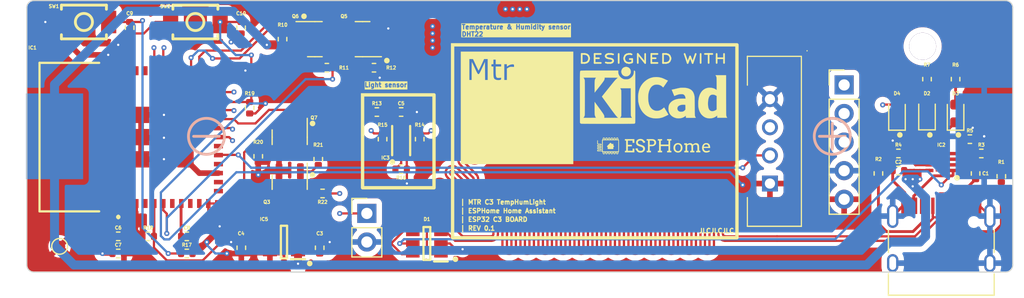
<source format=kicad_pcb>
(kicad_pcb (version 20221018) (generator pcbnew)
  (layers (0 "F.Cu" power) (1 "In1.Cu" signal) (2 "In2.Cu" signal) (31 "B.Cu" power) (34 "B.Paste" user) (35 "F.Paste" user) (36 "B.SilkS" user "B.Silkscreen") (37 "F.SilkS" user "F.Silkscreen") (38 "B.Mask" user) (39 "F.Mask" user) (44 "Edge.Cuts" user))
  (net 0 "")
  (net 1 "VBAT")
  (net 2 "VBUS")
  (net 3 "USB_D-")
  (net 5 "USB_D+")
  (net 6 "+3.3V")
  (net 8 "GND")
  (net 11 "ADC_lvl_BAT")
  (net 14 "EN")
  (net 16 "DHT22_DATA")
  (net 18 "SDA")
  (net 19 "SCL")
  (net 20 "EN_lvl_BAT")
  (net 21 "GPIO7")
  (net 22 "BAT_lvl_LED")
  (net 23 "GPIO9")
  (net 26 "UART_RX")
  (net 27 "UART_TX")
  (net 30 "Net-(IC3-ADDR)")
  (net 31 "Net-(IC3-DVI)")
  (net 37 "Net-(Q3-D)")
  (net 40 "/D-")
  (net 41 "Net-(IC2-ISET)")
  (net 42 "Net-(IC2-TS)")
  (net 43 "Net-(D3-K)")
  (net 44 "Net-(D2-K)")
  (net 46 "Net-(IC2-VSET)")
  (net 48 "Net-(J1-CC1)")
  (net 49 "/D+")
  (net 50 "Net-(J1-CC2)")
  (net 51 "Hard_reset")
  (net 52 "Net-(Q3-G)")
  (net 53 "Net-(D4-A)")
  (net 54 "Net-(Q5-D)")
  (net 55 "Net-(Q6-D)")
  (net 56 "Net-(Q7-G)")
  (net 57 "Net-(Q7-D)")
  (net 58 "Net-(D3-A)")
  (net 59 "Net-(D2-A)")
  (footprint "Resistor_SMD:R_0402_1005Metric" (layer "F.Cu") (at 57.17 49.276 -90)
    (fp_text reference "C4")
    (fp_text value "1u")
  )
  (footprint "SamacSys_Parts:SON50P200X200X80-9N" (layer "F.Cu") (at 119.38 41.656 180)
    (fp_text reference "IC2")
    (fp_text value "BQ25170DSGR" hide)
  )
  (footprint "Resistor_SMD:R_0402_1005Metric" (layer "F.Cu") (at 122.936 40.894 180)
    (fp_text reference "R3")
    (fp_text value "430")
  )
  (footprint "Resistor_SMD:R_0402_1005Metric" (layer "F.Cu") (at 52.324 49.784 180)
    (fp_text reference "R17")
    (fp_text value "10k")
  )
  (footprint "clipboard:4e852f44-b39c-41c1-9906-6824c0cbc5c7" (layer "F.Cu") (at 62.738 28.702)
    (fp_text reference "")
    (fp_text value "")
  )
  (footprint "Connector_USB:USB_C_Receptacle_HRO_TYPE-C-31-M-12" (layer "F.Cu") (at 119.38 49.59)
    (fp_text reference "J1" hide)
    (fp_text value "Korean Hroparts Elec TYPE-C-31-M-12" hide)
  )
  (footprint "TestPoint:TestPoint_Pad_D1.0mm" (layer "F.Cu") (at 41.021 49.149)
    (fp_text reference "TP1" hide)
    (fp_text value "TestPoint")
  )
  (footprint "Resistor_SMD:R_0402_1005Metric" (layer "F.Cu") (at 69.215 37.211 180)
    (fp_text reference "R13")
    (fp_text value "1k")
  )
  (footprint "Resistor_SMD:R_0402_1005Metric" (layer "F.Cu") (at 46.228 49.784 180)
    (fp_text reference "C7")
    (fp_text value "10u")
  )
  (footprint "SamacSys_Parts:DHT22" (layer "F.Cu") (at 104.15 43.568 90)
    (fp_text reference "IC4" hide)
    (fp_text value "DHT22" hide)
  )
  (footprint "Resistor_SMD:R_0402_1005Metric" (layer "F.Cu") (at 69.723 39.624 -90)
    (fp_text reference "R15")
    (fp_text value "4k7")
  )
  (footprint "Resistor_SMD:R_0402_1005Metric" (layer "F.Cu") (at 73.025 39.624 -90)
    (fp_text reference "R14")
    (fp_text value "4k7")
  )
  (footprint "Resistor_SMD:R_0402_1005Metric" (layer "F.Cu") (at 64.135 49.276 -90)
    (fp_text reference "C3")
    (fp_text value "1u")
  )
  (footprint "clipboard:4e852f44-b39c-41c1-9906-6824c0cbc5c7" (layer "F.Cu") (at 118.364 39.243)
    (fp_text reference "")
    (fp_text value "")
  )
  (footprint "Resistor_SMD:R_0402_1005Metric" (layer "F.Cu") (at 124.714 42.926 90)
    (fp_text reference "R1")
    (fp_text value "5k1")
  )
  (footprint "Resistor_SMD:R_0402_1005Metric" (layer "F.Cu") (at 71.374 42.291 180)
    (fp_text reference "R16")
    (fp_text value "1k")
  )
  (footprint "Resistor_SMD:R_0402_1005Metric" (layer "F.Cu") (at 46.228 48.26 180)
    (fp_text reference "C6")
    (fp_text value "10u")
  )
  (footprint "SamacSys_Parts:SOT95P280X145-6N" (layer "F.Cu") (at 73.66 48.895 180)
    (fp_text reference "D1")
    (fp_text value "USBLC6-2SC6" hide)
  )
  (footprint "SamacSys_Parts:SOT94P280X100-5N" (layer "F.Cu") (at 60.96 48.768 180)
    (fp_text reference "IC5")
    (fp_text value "RT9080-33GJ5" hide)
  )
  (footprint "SamacSys_Parts:WSOF6" (layer "F.Cu") (at 71.374 39.751 90)
    (fp_text reference "IC3")
    (fp_text value "BH1750FVI-TR" hide)
  )
  (footprint "Resistor_SMD:R_0402_1005Metric" (layer "F.Cu") (at 118.11 34.29 90)
    (fp_text reference "R7")
    (fp_text value "10k")
  )
  (footprint "Package_TO_SOT_SMD:SOT-23" (layer "F.Cu") (at 61.468 43.434 -90)
    (fp_text reference "Q3")
    (fp_text value "AO3401A")
  )
  (footprint "Resistor_SMD:R_0402_1005Metric" (layer "F.Cu") (at 71.374 37.211 180)
    (fp_text reference "C5")
    (fp_text value "0.1u")
  )
  (footprint "Resistor_SMD:R_0402_1005Metric" (layer "F.Cu") (at 115.568 40.894 180)
    (fp_text reference "R4")
    (fp_text value "27k")
  )
  (footprint "clipboard:4e852f44-b39c-41c1-9906-6824c0cbc5c7" (layer "F.Cu") (at 120.904 39.243)
    (fp_text reference "")
    (fp_text value "")
  )
  (footprint "Resistor_SMD:R_0402_1005Metric" (layer "F.Cu") (at 115.57 42.418 180)
    (fp_text reference "C2")
    (fp_text value "1u")
  )
  (footprint "clipboard:4e852f44-b39c-41c1-9906-6824c0cbc5c7" (layer "F.Cu") (at 70.104 32.639)
    (fp_text reference "")
    (fp_text value "")
  )
  (footprint "Resistor_SMD:R_0402_1005Metric" (layer "F.Cu") (at 47.244 29.718 90)
    (fp_text reference "C9")
    (fp_text value "0.1u")
  )
  (footprint "Resistor_SMD:R_0402_1005Metric" (layer "F.Cu") (at 121.92 39.624 180)
    (fp_text reference "R5")
    (fp_text value "10k")
  )
  (footprint "LED_SMD:LED_0603_1608Metric" (layer "F.Cu") (at 118.11 37.3125 90)
    (fp_text reference "D2")
    (fp_text value "Emerald")
  )
  (footprint "Package_TO_SOT_SMD:SOT-23" (layer "F.Cu") (at 63.7055 30.734)
    (fp_text reference "Q6")
    (fp_text value "AO3401A")
  )
  (footprint "easyeda2kicad:SW-SMD_L4.0-W3.0-LS5.0" (layer "F.Cu") (at 53.086 29.21)
    (fp_text reference "SW2")
    (fp_text value "Hard_reset")
  )
  (footprint "Resistor_SMD:R_0402_1005Metric" (layer "F.Cu") (at 64.77 33.274 180)
    (fp_text reference "R11")
    (fp_text value "100k")
  )
  (footprint "Resistor_SMD:R_0402_1005Metric" (layer "F.Cu") (at 57.912 36.83 90)
    (fp_text reference "R19")
    (fp_text value "10k")
  )
  (footprint "Resistor_SMD:R_0402_1005Metric" (layer "F.Cu") (at 60.833 30.734 -90)
    (fp_text reference "R10")
    (fp_text value "100k")
  )
  (footprint "clipboard:4e852f44-b39c-41c1-9906-6824c0cbc5c7" (layer "F.Cu") (at 76.2 50.292)
    (fp_text reference "")
    (fp_text value "")
  )
  (footprint "PinHeader:PinHeader_1x02_P2.54mm_Vertical" (layer "F.Cu") (at 68.326 46.223)
    (fp_text reference "J2" hide)
    (fp_text value "Boot Option")
  )
  (footprint "clipboard:4e852f44-b39c-41c1-9906-6824c0cbc5c7" (layer "F.Cu") (at 63.5 42.799)
    (fp_text reference "")
    (fp_text value "")
  )
  (footprint "Resistor_SMD:R_0402_1005Metric" (layer "F.Cu") (at 120.65 34.288 90)
    (fp_text reference "R6")
    (fp_text value "10k")
  )
  (footprint "clipboard:907f2ce9-957e-4633-84d2-7c9ab30228eb" (layer "F.Cu") (at 98.65541 40.792261)
    (fp_text reference "")
    (fp_text value "")
  )
  (footprint "Package_TO_SOT_SMD:SOT-23" (layer "F.Cu") (at 67.945 30.734 180)
    (fp_text reference "Q5")
    (fp_text value "AO3402")
  )
  (footprint "easyeda2kicad:SW-SMD_L4.0-W3.0-LS5.0" (layer "F.Cu") (at 43.18 29.21)
    (fp_text reference "SW1")
    (fp_text value "Reset")
  )
  (footprint "Resistor_SMD:R_0402_1005Metric" (layer "F.Cu") (at 122.428 42.672 -90)
    (fp_text reference "C1")
    (fp_text value "1u")
  )
  (footprint "clipboard:4e852f44-b39c-41c1-9906-6824c0cbc5c7" (layer "F.Cu") (at 63.5 38.227)
    (fp_text reference "")
    (fp_text value "")
  )
  (footprint "Resistor_SMD:R_0402_1005Metric" (layer "F.Cu") (at 52.324 48.26)
    (fp_text reference "C8")
    (fp_text value "1u")
  )
  (footprint "clipboard:4e852f44-b39c-41c1-9906-6824c0cbc5c7" (layer "F.Cu") (at 115.697 39.243)
    (fp_text reference "")
    (fp_text value "")
  )
  (footprint "LED_SMD:LED_0603_1608Metric" (layer "F.Cu") (at 115.443 37.338 90)
    (fp_text reference "D4")
    (fp_text value "Red")
  )
  (footprint "clipboard:4e852f44-b39c-41c1-9906-6824c0cbc5c7" (layer "F.Cu") (at 63.246 50.673)
    (fp_text reference "")
    (fp_text value "")
  )
  (footprint "SamacSys_Parts:ESP32C3MINI1H4" (layer "F.Cu") (at 50.235 39.44 90)
    (fp_text reference "IC1")
    (fp_text value "ESP32-C3-MINI-1-H4" hide)
  )
  (footprint "Resistor_SMD:R_0402_1005Metric" (layer "F.Cu") (at 57.15 29.718 90)
    (fp_text reference "C10")
    (fp_text value "0.1u")
  )
  (footprint "Resistor_SMD:R_0402_1005Metric" (layer "F.Cu") (at 58.674 41.148 -90)
    (fp_text reference "R20")
    (fp_text value "10k")
  )
  (footprint "Resistor_SMD:R_0402_1005Metric" (layer "F.Cu") (at 64.389 44.45 180)
    (fp_text reference "R22")
    (fp_text value "120")
  )
  (footprint "PinHeader:PinHeader_1x05_P2.54mm_Vertical" (layer "F.Cu") (at 110.744 34.803)
    (fp_text reference "J4" hide)
    (fp_text value "B5B-XH-A_LF__SN_")
  )
  (footprint "Resistor_SMD:R_0402_1005Metric" (layer "F.Cu") (at 68.961 33.274 180)
    (fp_text reference "R12")
    (fp_text value "100k")
  )
  (footprint "Package_TO_SOT_SMD:SOT-23" (layer "F.Cu") (at 61.468 39.4485 -90)
    (fp_text reference "Q7")
    (fp_text value "AO3402")
  )
  (footprint "LED_SMD:LED_0603_1608Metric" (layer "F.Cu") (at 120.65 37.338 90)
    (fp_text reference "D3")
    (fp_text value "Blue")
  )
  (footprint "Resistor_SMD:R_0402_1005Metric" (layer "F.Cu") (at 48.895 48.26)
    (fp_text reference "R18")
    (fp_text value "10k")
  )
  (footprint "Resistor_SMD:R_0402_1005Metric" (layer "F.Cu") (at 64.008 41.402 -90)
    (fp_text reference "R21")
    (fp_text value "10k")
  )
  (footprint "Resistor_SMD:R_0402_1005Metric" (layer "F.Cu") (at 113.792 42.67 90)
    (fp_text reference "R2")
    (fp_text value "5k1")
  )
  (footprint "logoMTR" (layer "F.Cu") (at 81.661 36.83)
    (fp_text reference "G***")
    (fp_text value "LOGO" hide)
  )
  (footprint "easyeda2kicad:BATTERY-SMD_18650-1S-L77.1-W20.7-1" (layer "B.Cu") (at 81.88 39.37 90)
    (fp_text reference "BT1" hide)
    (fp_text value "3000mAh")
  )
  (footprint "Library:KiCad" (layer "B.Cu") (at 93.345 35.687 180)
    (fp_text reference "REF**" hide)
    (fp_text value "LOGO" hide)
  )
  (gr_rect (start 75.946 31.242) (end 101.219 48.387) (stroke (width 0.3)) (fill none) (layer "F.SilkS"))
  (gr_rect (start 67.945 35.687) (end 74.295 43.942) (stroke (width 0.3)) (fill none) (layer "F.SilkS"))
  (gr_arc locked (start 38.1 27.94) (mid 38.285987 27.490987) (end 38.735 27.305) (stroke (width 0.1)) (layer "Edge.Cuts"))
  (gr_line locked (start 125.73 27.94) (end 125.73 50.8) (stroke (width 0.1)) (layer "Edge.Cuts"))
  (gr_arc locked (start 125.095 27.305) (mid 125.544013 27.490987) (end 125.73 27.94) (stroke (width 0.1)) (layer "Edge.Cuts"))
  (gr_arc locked (start 125.73 50.8) (mid 125.544013 51.249013) (end 125.095 51.435) (stroke (width 0.1)) (layer "Edge.Cuts"))
  (gr_line locked (start 38.735 27.305) (end 125.095 27.305) (stroke (width 0.1)) (layer "Edge.Cuts"))
  (gr_arc locked (start 38.735 51.435) (mid 38.285987 51.249013) (end 38.1 50.8) (stroke (width 0.1)) (layer "Edge.Cuts"))
  (gr_line locked (start 38.1 50.8) (end 38.1 27.94) (stroke (width 0.1)) (layer "Edge.Cuts"))
  (gr_line (start 125.095 51.435) (end 38.735 51.435) (stroke (width 0.1)) (layer "Edge.Cuts"))
  (gr_text "| ESPHome Home Assistant" (at 76.581 46.228) (layer "F.SilkS") (effects (font (size 0.4 0.4) (thickness 0.1)) (justify left bottom)))
  (gr_text "| ESP32 C3 BOARD" (at 76.581 46.99) (layer "F.SilkS") (effects (font (size 0.4 0.4) (thickness 0.1)) (justify left bottom)))
  (gr_text "Light sensor" (at 68.072 34.798) (layer "F.SilkS" knockout) (effects (font (size 0.4 0.4) (thickness 0.1)) (justify left)))
  (gr_text " | REV 0.1" (at 76.281 47.778) (layer "F.SilkS") (effects (font (size 0.4 0.4) (thickness 0.1)) (justify left bottom)))
  (gr_text "JLCJLCJLC" (at 97.79 48.006) (layer "F.SilkS") (effects (font (size 0.4 0.4) (thickness 0.1)) (justify left bottom)))
  (gr_text "Temperature & Humidity sensor\nDHT22" (at 76.708 29.972) (layer "F.SilkS" knockout) (effects (font (size 0.4 0.4) (thickness 0.1)) (justify left)))
  (gr_text "| MTR C3 TempHumLight" (at 76.581 45.453) (layer "F.SilkS") (effects (font (size 0.4 0.4) (thickness 0.1)) (justify left bottom)))
  (segment (start 117.348 43.18) (end 116.967 42.799) (width 0.3) (layer "F.Cu") (net 1))
  (segment (start 64.826463 47.828) (end 65.549 48.550537) (width 0.2) (layer "F.Cu") (net 1))
  (segment (start 116.6505 42.9885) (end 116.333 42.671) (width 0.3) (layer "F.Cu") (net 1))
  (segment (start 116.967 42.799) (end 116.967 43.053) (width 0.3) (layer "F.Cu") (net 1))
  (segment (start 116.84 43.434) (end 116.84 43.561) (width 0.3) (layer "F.Cu") (net 1))
  (segment (start 116.205 43.18) (end 116.84 43.815) (width 0.3) (layer "F.Cu") (net 1))
  (segment (start 62.21 49.708) (end 62.21 50.693) (width 0.7) (layer "F.Cu") (net 1))
  (segment (start 65.549 48.550537) (end 65.549 49.132) (width 0.2) (layer "F.Cu") (net 1))
  (segment (start 117.475 42.418) (end 117.475 43.18) (width 0.3) (layer "F.Cu") (net 1))
  (segment (start 116.08 42.418) (end 116.967 42.418) (width 0.3) (layer "F.Cu") (net 1))
  (segment (start 116.459 43.18) (end 116.84 43.561) (width 0.3) (layer "F.Cu") (net 1))
  (segment (start 116.84 43.18) (end 116.84 43.434) (width 0.3) (layer "F.Cu") (net 1))
  (segment (start 116.84 43.178) (end 116.6505 42.9885) (width 0.3) (layer "F.Cu") (net 1))
  (segment (start 118.318 42.418) (end 118.33 42.406) (width 0.3) (layer "F.Cu") (net 1))
  (segment (start 62.21 47.828) (end 64.826463 47.828) (width 0.2) (layer "F.Cu") (net 1))
  (segment (start 64.895 49.786) (end 64.135 49.786) (width 0.2) (layer "F.Cu") (net 1))
  (segment (start 116.967 42.418) (end 117.475 42.926) (width 0.3) (layer "F.Cu") (net 1))
  (segment (start 117.475 42.418) (end 118.318 42.418) (width 0.3) (layer "F.Cu") (net 1))
  (segment (start 116.205 43.18) (end 116.333 43.052) (width 0.3) (layer "F.Cu") (net 1))
  (segment (start 60.831 31.242) (end 60.833 31.244) (width 0.8) (layer "F.Cu") (net 1))
  (segment (start 62.21 49.708) (end 64.057 49.708) (width 0.2) (layer "F.Cu") (net 1))
  (segment (start 116.967 43.053) (end 116.84 43.18) (width 0.3) (layer "F.Cu") (net 1))
  (segment (start 116.84 43.18) (end 116.84 43.178) (width 0.3) (layer "F.Cu") (net 1))
  (segment (start 116.205 43.18) (end 116.84 43.18) (width 0.3) (layer "F.Cu") (net 1))
  (segment (start 117.475 42.926) (end 117.475 43.18) (width 0.3) (layer "F.Cu") (net 1))
  (segment (start 60.833 31.244) (end 62.328 31.244) (width 0.8) (layer "F.Cu") (net 1))
  (segment (start 116.205 43.18) (end 116.967 42.418) (width 0.3) (layer "F.Cu") (net 1))
  (segment (start 116.333 42.671) (end 116.08 42.418) (width 0.3) (layer "F.Cu") (net 1))
  (segment (start 116.08 42.418) (end 116.08 43.055) (width 0.3) (layer "F.Cu") (net 1))
  (segment (start 116.967 42.672) (end 116.6505 42.9885) (width 0.3) (layer "F.Cu") (net 1))
  (segment (start 116.967 42.418) (end 116.967 42.672) (width 0.3) (layer "F.Cu") (net 1))
  (segment (start 116.08 43.055) (end 116.205 43.18) (width 0.3) (layer "F.Cu") (net 1))
  (segment (start 64.057 49.708) (end 64.135 49.786) (width 0.2) (layer "F.Cu") (net 1))
  (segment (start 117.475 43.18) (end 117.348 43.18) (width 0.3) (layer "F.Cu") (net 1))
  (segment (start 116.586 42.418) (end 116.333 42.671) (width 0.3) (layer "F.Cu") (net 1))
  (segment (start 117.221 43.434) (end 116.84 43.434) (width 0.3) (layer "F.Cu") (net 1))
  (segment (start 116.205 43.18) (end 116.459 43.18) (width 0.3) (layer "F.Cu") (net 1))
  (segment (start 116.967 42.418) (end 116.967 42.799) (width 0.3) (layer "F.Cu") (net 1))
  (segment (start 117.475 43.18) (end 117.221 43.434) (width 0.3) (layer "F.Cu") (net 1))
  (segment (start 59.436 31.242) (end 60.831 31.242) (width 0.8) (layer "F.Cu") (net 1))
  (segment (start 116.967 42.418) (end 117.475 42.418) (width 0.3) (layer "F.Cu") (net 1))
  (segment (start 117.475 43.18) (end 116.84 43.18) (width 0.3) (layer "F.Cu") (net 1))
  (segment (start 116.333 43.052) (end 116.333 42.671) (width 0.3) (layer "F.Cu") (net 1))
  (segment (start 65.549 49.132) (end 64.895 49.786) (width 0.2) (layer "F.Cu") (net 1))
  (segment (start 62.328 31.244) (end 62.768 31.684) (width 0.8) (layer "F.Cu") (net 1))
  (segment (start 117.475 43.18) (end 116.84 43.815) (width 0.3) (layer "F.Cu") (net 1))
  (segment (start 116.967 42.418) (end 116.586 42.418) (width 0.3) (layer "F.Cu") (net 1))
  (via (at 59.436 31.242) (size 0.45) (drill 0.2) (layers "F.Cu" "B.Cu") (net 1))
  (via (at 116.84 43.18) (size 0.45) (drill 0.2) (layers "F.Cu" "B.Cu") (net 1))
  (via (at 116.84 43.815) (size 0.45) (drill 0.2) (layers "F.Cu" "B.Cu") (net 1))
  (via (at 117.475 43.18) (size 0.45) (drill 0.2) (layers "F.Cu" "B.Cu") (net 1))
  (via (at 62.21 50.693) (size 0.45) (drill 0.2) (layers "F.Cu" "B.Cu") (net 1))
  (via (at 116.205 43.18) (size 0.45) (drill 0.2) (layers "F.Cu" "B.Cu") (net 1))
  (segment (start 62.103 50.8) (end 42.291 50.8) (width 0.8) (layer "B.Cu") (net 1))
  (segment (start 56.452 28.258) (end 59.436 31.242) (width 0.8) (layer "B.Cu") (net 1))
  (segment (start 117.983 44.831) (end 116.7765 43.6245) (width 0.8) (layer "B.Cu") (net 1))
  (segment (start 117.225 42.93) (end 117.475 43.18) (width 0.3) (layer "B.Cu") (net 1))
  (segment (start 116.455 42.93) (end 117.225 42.93) (width 0.3) (layer "B.Cu") (net 1))
  (segment (start 117.475 43.18) (end 116.332 43.18) (width 0.3) (layer "B.Cu") (net 1))
  (segment (start 117.983 48.26) (end 117.983 44.831) (width 0.8) (layer "B.Cu") (net 1))
  (segment (start 117.221 43.18) (end 116.7765 43.6245) (width 0.3) (layer "B.Cu") (net 1))
  (segment (start 40.57 39.37) (end 40.57 34.76) (width 0.8) (layer "B.Cu") (net 1))
  (segment (start 62.21 50.693) (end 62.103 50.8) (width 0.8) (layer "B.Cu") (net 1))
  (segment (start 62.21 50.693) (end 62.317 50.8) (width 0.8) (layer "B.Cu") (net 1))
  (segment (start 114.786924 48.768) (end 117.475 48.768) (width 0.8) (layer "B.Cu") (net 1))
  (segment (start 117.475 43.18) (end 117.221 43.18) (width 0.3) (layer "B.Cu") (net 1))
  (segment (start 116.7765 43.6245) (end 116.332 43.18) (width 0.8) (layer "B.Cu") (net 1))
  (segment (start 117.475 48.768) (end 117.983 48.26) (width 0.8) (layer "B.Cu") (net 1))
  (segment (start 116.332 43.18) (end 116.205 43.18) (width 0.7) (layer "B.Cu") (net 1))
  (segment (start 40.57 34.76) (end 47.072 28.258) (width 0.8) (layer "B.Cu") (net 1))
  (segment (start 117.475 43.18) (end 116.84 43.815) (width 0.3) (layer "B.Cu") (net 1))
  (segment (start 42.291 50.8) (end 40.57 49.079) (width 0.8) (layer "B.Cu") (net 1))
  (segment (start 47.072 28.258) (end 56.452 28.258) (width 0.8) (layer "B.Cu") (net 1))
  (segment (start 40.57 49.079) (end 40.57 39.37) (width 0.8) (layer "B.Cu") (net 1))
  (segment (start 112.754924 50.8) (end 114.786924 48.768) (width 0.8) (layer "B.Cu") (net 1))
  (segment (start 116.205 43.18) (end 116.455 42.93) (width 0.3) (layer "B.Cu") (net 1))
  (segment (start 62.317 50.8) (end 112.754924 50.8) (width 0.8) (layer "B.Cu") (net 1))
  (segment (start 72.41 48.895) (end 71.247 48.895) (width 0.2) (layer "F.Cu") (net 2))
  (segment (start 121.83 43.78) (end 122.428 43.182) (width 0.25) (layer "F.Cu") (net 2))
  (segment (start 120.355 42.881) (end 120.43 42.806) (width 0.25) (layer "F.Cu") (net 2))
  (segment (start 116.93 45.545) (end 116.93 44.6775) (width 0.25) (layer "F.Cu") (net 2))
  (segment (start 116.93 44.6775) (end 118.7265 42.881) (width 0.25) (layer "F.Cu") (net 2))
  (segment (start 119.38 43.688) (end 120.187 42.881) (width 0.2) (layer "F.Cu") (net 2))
  (segment (start 120.43 42.406) (end 121.652 42.406) (width 0.25) (layer "F.Cu") (net 2))
  (segment (start 121.652 42.406) (end 122.428 43.182) (width 0.25) (layer "F.Cu") (net 2))
  (segment (start 120.43 42.806) (end 120.43 42.406) (width 0.25) (layer "F.Cu") (net 2))
  (segment (start 121.83 45.545) (end 121.83 43.78) (width 0.25) (layer "F.Cu") (net 2))
  (segment (start 118.7265 42.881) (end 120.355 42.881) (width 0.25) (layer "F.Cu") (net 2))
  (segment (start 120.187 42.881) (end 120.355 42.881) (width 0.2) (layer "F.Cu") (net 2))
  (via (at 71.247 48.895) (size 0.45) (drill 0.2) (layers "F.Cu" "B.Cu") (net 2))
  (via (at 119.38 43.688) (size 0.45) (drill 0.2) (layers "F.Cu" "B.Cu") (net 2))
  (segment (start 71.628 48.514) (end 109.951761 48.514) (width 0.2) (layer "B.Cu") (net 2))
  (segment (start 118.172 42.48) (end 119.38 43.688) (width 0.2) (layer "B.Cu") (net 2))
  (segment (start 71.247 48.895) (end 71.628 48.514) (width 0.2) (layer "B.Cu") (net 2))
  (segment (start 109.951761 48.514) (end 115.985761 42.48) (width 0.2) (layer "B.Cu") (net 2))
  (segment (start 115.985761 42.48) (end 118.172 42.48) (width 0.2) (layer "B.Cu") (net 2))
  (segment (start 73.525544 44.731429) (end 73.525544 44.73143) (width 0.2) (layer "F.Cu") (net 3))
  (segment (start 75.218431 44.444414) (end 75.077008 44.302994) (width 0.2) (layer "F.Cu") (net 3))
  (segment (start 72.39418 45.86281) (end 72.394181 45.862808) (width 0.2) (layer "F.Cu") (net 3))
  (segment (start 53.435 32.29) (end 53.435 33.54) (width 0.2) (layer "F.Cu") (net 3))
  (segment (start 75.788262 42.468657) (end 75.788263 42.468657) (width 0.2) (layer "F.Cu") (net 3))
  (segment (start 77.481173 42.181667) (end 77.481177 42.181668) (width 0.2) (layer "F.Cu") (net 3))
  (segment (start 79.734115 38.44) (end 79.14 38.44) (width 0.2) (layer "F.Cu") (net 3))
  (segment (start 75.218427 44.444413) (end 75.218431 44.444414) (width 0.2) (layer "F.Cu") (net 3))
  (segment (start 77.20252 41.337328) (end 77.481176 41.615984) (width 0.2) (layer "F.Cu") (net 3))
  (segment (start 78.145885 38.04) (end 78.74 38.04) (width 0.2) (layer "F.Cu") (net 3))
  (segment (start 78.74 38.04) (end 79.734115 38.04) (width 0.2) (layer "F.Cu") (net 3))
  (segment (start 78.329705 41.615985) (end 78.329706 41.615983) (width 0.2) (layer "F.Cu") (net 3))
  (segment (start 76.87 28.934091) (end 76.87 28.54) (width 0.2) (layer "F.Cu") (net 3))
  (segment (start 78.145885 33.24) (end 78.74 33.24) (width 0.2) (layer "F.Cu") (net 3))
  (segment (start 73.804216 46.141474) (end 73.804215 46.141473) (width 0.2) (layer "F.Cu") (net 3))
  (segment (start 78.74 33.24) (end 79.734115 33.24) (width 0.2) (layer "F.Cu") (net 3))
  (segment (start 76.919679 41.337326) (end 76.919678 41.337327) (width 0.2) (layer "F.Cu") (net 3))
  (segment (start 79.14 38.44) (end 78.145885 38.44) (width 0.2) (layer "F.Cu") (net 3))
  (segment (start 73.808388 44.731429) (end 74.931407 45.85445) (width 0.2) (layer "F.Cu") (net 3))
  (segment (start 75.779935 45.005921) (end 75.218427 44.444413) (width 0.2) (layer "F.Cu") (net 3))
  (segment (start 79.734115 32.04) (end 79.14 32.04) (width 0.2) (layer "F.Cu") (net 3))
  (segment (start 76.071107 42.468656) (end 77.194153 43.591704) (width 0.2) (layer "F.Cu") (net 3))
  (segment (start 74.939751 43.600046) (end 74.939751 43.600047) (width 0.2) (layer "F.Cu") (net 3))
  (segment (start 72.41 47.945) (end 72.41 47.535686) (width 0.2) (layer "F.Cu") (net 3))
  (segment (start 79.734115 30.44) (end 79.34 30.44) (width 0.2) (layer "F.Cu") (net 3))
  (segment (start 77.202522 41.337327) (end 77.20252 41.337328) (width 0.2) (layer "F.Cu") (net 3))
  (segment (start 79.734115 36.84) (end 79.14 36.84) (width 0.2) (layer "F.Cu") (net 3))
  (segment (start 74.656907 43.600048) (end 74.656906 43.600048) (width 0.2) (layer "F.Cu") (net 3))
  (segment (start 78.145885 34.84) (end 78.74 34.84) (width 0.2) (layer "F.Cu") (net 3))
  (segment (start 79.734115 35.24) (end 79.14 35.24) (width 0.2) (layer "F.Cu") (net 3))
  (segment (start 78.54 39.64) (end 79.734115 39.64) (width 0.2) (layer "F.Cu") (net 3))
  (segment (start 77.481177 42.181668) (end 77.339754 42.040248) (width 0.2) (layer "F.Cu") (net 3))
  (segment (start 72.677025 45.862808) (end 72.677023 45.862809) (width 0.2) (layer "F.Cu") (net 3))
  (segment (start 76.27 27.94) (end 73.483456 27.94) (width 0.2) (layer "F.Cu") (net 3))
  (segment (start 78.042681 42.743175) (end 77.481173 42.181667) (width 0.2) (layer "F.Cu") (net 3))
  (segment (start 76.071105 42.468657) (end 76.071107 42.468656) (width 0.2) (layer "F.Cu") (net 3))
  (segment (start 76.349804 43.313041) (end 76.208381 43.171621) (width 0.2) (layer "F.Cu") (net 3))
  (segment (start 79.14 28.975) (end 78.105 27.94) (width 0.2) (layer "F.Cu") (net 3))
  (segment (start 76.3498 43.31304) (end 76.349804 43.313041) (width 0.2) (layer "F.Cu") (net 3))
  (segment (start 78.74 36.44) (end 79.734115 36.44) (width 0.2) (layer "F.Cu") (net 3))
  (segment (start 78.329706 41.615983) (end 79.14 40.805686) (width 0.2) (layer "F.Cu") (net 3))
  (segment (start 76.911308 43.874548) (end 76.3498 43.31304) (width 0.2) (layer "F.Cu") (net 3))
  (segment (start 78.54 40.04) (end 78.245897 40.04) (width 0.2) (layer "F.Cu") (net 3))
  (segment (start 74.656906 43.600048) (end 74.656909 43.600046) (width 0.2) (layer "F.Cu") (net 3))
  (segment (start 78.74 31.64) (end 79.734115 31.64) (width 0.2) (layer "F.Cu") (net 3))
  (segment (start 79.14 40.805686) (end 79.14 40.64) (width 0.2) (layer "F.Cu") (net 3))
  (segment (start 73.483456 27.94) (end 60.960001 27.94) (width 0.2) (layer "F.Cu") (net 3))
  (segment (start 72.41 47.535686) (end 72.672844 47.272844) (width 0.2) (layer "F.Cu") (net 3))
  (segment (start 78.145885 36.44) (end 78.74 36.44) (width 0.2) (layer "F.Cu") (net 3))
  (segment (start 73.804215 45.292945) (end 73.525543 45.014273) (width 0.2) (layer "F.Cu") (net 3))
  (segment (start 78.74 34.84) (end 79.734115 34.84) (width 0.2) (layer "F.Cu") (net 3))
  (segment (start 57.15 31.75) (end 53.975 31.75) (width 0.2) (layer "F.Cu") (net 3))
  (segment (start 73.808387 44.731429) (end 73.808388 44.731429) (width 0.2) (layer "F.Cu") (net 3))
  (segment (start 72.677023 45.862809) (end 72.955688 46.141474) (width 0.2) (layer "F.Cu") (net 3))
  (segment (start 78.042681 42.743174) (end 78.042681 42.743175) (width 0.2) (layer "F.Cu") (net 3))
  (segment (start 79.14 36.84) (end 78.145885 36.84) (width 0.2) (layer "F.Cu") (net 3))
  (segment (start 78.245897 39.64) (end 78.54 39.64) (width 0.2) (layer "F.Cu") (net 3))
  (segment (start 77.27 28.54) (end 77.27 28.934091) (width 0.2) (layer "F.Cu") (net 3))
  (segment (start 53.975 31.75) (end 53.435 32.29) (width 0.2) (layer "F.Cu") (net 3))
  (segment (start 79.734115 33.64) (end 79.14 33.64) (width 0.2) (layer "F.Cu") (net 3))
  (segment (start 79.14 32.04) (end 78.145885 32.04) (width 0.2) (layer "F.Cu") (net 3))
  (segment (start 76.208381 43.171621) (end 75.788262 42.751499) (width 0.2) (layer "F.Cu") (net 3))
  (segment (start 79.14 33.64) (end 78.145885 33.64) (width 0.2) (layer "F.Cu") (net 3))
  (segment (start 77.339754 42.040248) (end 76.919678 41.620169) (width 0.2) (layer "F.Cu") (net 3))
  (segment (start 72.672844 46.424316) (end 72.39418 46.145652) (width 0.2) (layer "F.Cu") (net 3))
  (segment (start 75.077008 44.302994) (end 74.656907 43.88289) (width 0.2) (layer "F.Cu") (net 3))
  (segment (start 78.145885 31.64) (end 78.74 31.64) (width 0.2) (layer "F.Cu") (net 3))
  (segment (start 60.960001 27.94) (end 57.15 31.75) (width 0.2) (layer "F.Cu") (net 3))
  (segment (start 73.525542 44.73143) (end 73.525544 44.731429) (width 0.2) (layer "F.Cu") (net 3))
  (segment (start 79.14 35.24) (end 78.145885 35.24) (width 0.2) (layer "F.Cu") (net 3))
  (segment (start 74.939751 43.600047) (end 76.06278 44.723077) (width 0.2) (layer "F.Cu") (net 3))
  (segment (start 78.105 27.94) (end 77.87 27.94) (width 0.2) (layer "F.Cu") (net 3))
  (segment (start 79.14 30.24) (end 79.14 28.975) (width 0.2) (layer "F.Cu") (net 3))
  (segment (start 75.779935 45.00592) (end 75.779935 45.005921) (width 0.2) (layer "F.Cu") (net 3))
  (segment (start 76.911308 43.874547) (end 76.911308 43.874548) (width 0.2) (layer "F.Cu") (net 3))
  (arc (start 72.394181 45.862808) (mid 72.535602 45.80423) (end 72.677025 45.862808) (width 0.2) (layer "F.Cu") (net 3))
  (arc (start 77.07 29.134091) (mid 76.928579 29.075512) (end 76.87 28.934091) (width 0.2) (layer "F.Cu") (net 3))
  (arc (start 79.734115 36.44) (mid 80.158379 36.264264) (end 80.334115 35.84) (width 0.2) (layer "F.Cu") (net 3))
  (arc (start 77.945885 31.84) (mid 78.004464 31.698579) (end 78.145885 31.64) (width 0.2) (layer "F.Cu") (net 3))
  (arc (start 80.334115 31.04) (mid 80.158379 30.615736) (end 79.734115 30.44) (width 0.2) (layer "F.Cu") (net 3))
  (arc (start 77.945885 33.44) (mid 78.004464 33.298579) (end 78.145885 33.24) (width 0.2) (layer "F.Cu") (net 3))
  (arc (start 72.39418 46.145652) (mid 72.335603 46.00423) (end 72.39418 45.86281) (width 0.2) (layer "F.Cu") (net 3))
  (arc (start 77.945885 38.24) (mid 78.004464 38.098579) (end 78.145885 38.04) (width 0.2) (layer "F.Cu") (net 3))
  (arc (start 78.145885 38.44) (mid 78.004464 38.381421) (end 77.945885 38.24) (width 0.2) (layer "F.Cu") (net 3))
  (arc (start 78.045897 39.84) (mid 78.104476 39.698579) (end 78.245897 39.64) (width 0.2) (layer "F.Cu") (net 3))
  (arc (start 75.788263 42.468657) (mid 75.929685 42.410078) (end 76.071105 42.468657) (width 0.2) (layer "F.Cu") (net 3))
  (arc (start 79.734115 31.64) (mid 80.158379 31.464264) (end 80.334115 31.04) (width 0.2) (layer "F.Cu") (net 3))
  (arc (start 77.481176 41.615984) (mid 77.905441 41.79172) (end 78.329705 41.615985) (width 0.2) (layer "F.Cu") (net 3))
  (arc (start 74.931407 45.85445) (mid 75.355671 46.030186) (end 75.779935 45.85445) (width 0.2) (layer "F.Cu") (net 3))
  (arc (start 80.334115 34.24) (mid 80.158379 33.815736) (end 79.734115 33.64) (width 0.2) (layer "F.Cu") (net 3))
  (arc (start 75.788262 42.751499) (mid 75.729683 42.610079) (end 75.788262 42.468657) (width 0.2) (layer "F.Cu") (net 3))
  (arc (start 79.14 40.64) (mid 78.964264 40.215736) (end 78.54 40.04) (width 0.2) (layer "F.Cu") (net 3))
  (arc (start 79.34 30.44) (mid 79.198579 30.381421) (end 79.14 30.24) (width 0.2) (layer "F.Cu") (net 3))
  (arc (start 78.145885 33.64) (mid 78.004464 33.581421) (end 77.945885 33.44) (width 0.2) (layer "F.Cu") (net 3))
  (arc (start 77.945885 36.64) (mid 78.004464 36.498579) (end 78.145885 36.44) (width 0.2) (layer "F.Cu") (net 3))
  (arc (start 78.042681 43.591704) (mid 78.218417 43.167439) (end 78.042681 42.743174) (width 0.2) (layer "F.Cu") (net 3))
  (arc (start 79.734115 34.84) (mid 80.158379 34.664264) (end 80.334115 34.24) (width 0.2) (layer "F.Cu") (net 3))
  (arc (start 78.245897 40.04) (mid 78.104476 39.981421) (end 78.045897 39.84) (width 0.2) (layer "F.Cu") (net 3))
  (arc (start 78.145885 36.84) (mid 78.004464 36.781421) (end 77.945885 36.64) (width 0.2) (layer "F.Cu") (net 3))
  (arc (start 76.06278 44.723077) (mid 76.487044 44.898813) (end 76.911308 44.723077) (width 0.2) (layer "F.Cu") (net 3))
  (arc (start 77.87 27.94) (mid 77.445736 28.115736) (end 77.27 28.54) (width 0.2) (layer "F.Cu") (net 3))
  (arc (start 74.656907 43.88289) (mid 74.598328 43.74147) (end 74.656907 43.600048) (width 0.2) (layer "F.Cu") (net 3))
  (arc (start 78.145885 32.04) (mid 78.004464 31.981421) (end 77.945885 31.84) (width 0.2) (layer "F.Cu") (net 3))
  (arc (start 79.734115 38.04) (mid 80.158379 37.864264) (end 80.334115 37.44) (width 0.2) (layer "F.Cu") (net 3))
  (arc (start 76.87 28.54) (mid 76.694264 28.115736) (end 76.27 27.94) (width 0.2) (layer "F.Cu") (net 3))
  (arc (start 76.919678 41.620169) (mid 76.8611 41.478747) (end 76.919679 41.337326) (width 0.2) (layer "F.Cu") (net 3))
  (arc (start 80.334115 37.44) (mid 80.158379 37.015736) (end 79.734115 36.84) (width 0.2) (layer "F.Cu") (net 3))
  (arc (start 76.911308 44.723077) (mid 77.087044 44.298812) (end 76.911308 43.874547) (width 0.2) (layer "F.Cu") (net 3))
  (arc (start 80.334115 35.84) (mid 80.158379 35.415736) (end 79.734115 35.24) (width 0.2) (layer "F.Cu") (net 3))
  (arc (start 72.672844 47.272844) (mid 72.84858 46.84858) (end 72.672844 46.424316) (width 0.2) (layer "F.Cu") (net 3))
  (arc (start 76.919678 41.337327) (mid 77.061099 41.278749) (end 77.202522 41.337327) (width 0.2) (layer "F.Cu") (net 3))
  (arc (start 73.804215 46.141473) (mid 73.979951 45.717209) (end 73.804215 45.292945) (width 0.2) (layer "F.Cu") (net 3))
  (arc (start 77.27 28.934091) (mid 77.211421 29.075512) (end 77.07 29.134091) (width 0.2) (layer "F.Cu") (net 3))
  (arc (start 80.334115 32.64) (mid 80.158379 32.215736) (end 79.734115 32.04) (width 0.2) (layer "F.Cu") (net 3))
  (arc (start 73.525543 45.014273) (mid 73.466964 44.872852) (end 73.525542 44.73143) (width 0.2) (layer "F.Cu") (net 3))
  (arc (start 72.955688 46.141474) (mid 73.379952 46.31721) (end 73.804216 46.141474) (width 0.2) (layer "F.Cu") (net 3))
  (arc (start 77.945885 35.04) (mid 78.004464 34.898579) (end 78.145885 34.84) (width 0.2) (layer "F.Cu") (net 3))
  (arc (start 74.656909 43.600046) (mid 74.798329 43.541469) (end 74.939751 43.600046) (width 0.2) (layer "F.Cu") (net 3))
  (arc (start 78.145885 35.24) (mid 78.004464 35.181421) (end 77.945885 35.04) (width 0.2) (layer "F.Cu") (net 3))
  (arc (start 73.525544 44.73143) (mid 73.666965 44.672851) (end 73.808387 44.731429) (width 0.2) (layer "F.Cu") (net 3))
  (arc (start 79.734115 39.64) (mid 80.158379 39.464264) (end 80.334115 39.04) (width 0.2) (layer "F.Cu") (net 3))
  (arc (start 79.734115 33.24) (mid 80.158379 33.064264) (end 80.334115 32.64) (width 0.2) (layer "F.Cu") (net 3))
  (arc (start 80.334115 39.04) (mid 80.158379 38.615736) (end 79.734115 38.44) (width 0.2) (layer "F.Cu") (net 3))
  (arc (start 77.194153 43.591704) (mid 77.618417 43.76744) (end 78.042681 43.591704) (width 0.2) (layer "F.Cu") (net 3))
  (arc (start 75.779935 45.85445) (mid 75.955671 45.430185) (end 75.779935 45.00592) (width 0.2) (layer "F.Cu") (net 3))
  (segment (start 78.54 40.44) (end 78.245897 40.44) (width 0.2) (layer "F.Cu") (net 5))
  (segment (start 75.497093 45.288764) (end 74.935586 44.727259) (width 0.2) (layer "F.Cu") (net 5))
  (segment (start 72.959868 45.579965) (end 72.959866 45.579966) (width 0.2) (layer "F.Cu") (net 5))
  (segment (start 73.521372 45.575788) (end 73.521373 45.575786) (width 0.2) (layer "F.Cu") (net 5))
  (segment (start 71.51 47.345) (end 72.035 47.345) (width 0.2) (layer "F.Cu") (net 5))
  (segment (start 79.14 37.24) (end 78.145885 37.24) (width 0.2) (layer "F.Cu") (net 5))
  (segment (start 78.245897 39.24) (end 78.54 39.24) (width 0.2) (layer "F.Cu") (net 5))
  (segment (start 75.497092 45.571607) (end 75.497093 45.571607) (width 0.2) (layer "F.Cu") (net 5))
  (segment (start 78.74 34.44) (end 79.734115 34.44) (width 0.2) (layer "F.Cu") (net 5))
  (segment (start 75.222593 43.317205) (end 75.642696 43.737308) (width 0.2) (layer "F.Cu") (net 5))
  (segment (start 79.734115 32.44) (end 79.14 32.44) (width 0.2) (layer "F.Cu") (net 5))
  (segment (start 78.74 29.21) (end 77.87 28.34) (width 0.2) (layer "F.Cu") (net 5))
  (segment (start 78.145885 37.64) (end 78.74 37.64) (width 0.2) (layer "F.Cu") (net 5))
  (segment (start 78.74 31.24) (end 79.734115 31.24) (width 0.2) (layer "F.Cu") (net 5))
  (segment (start 78.145885 32.84) (end 78.74 32.84) (width 0.2) (layer "F.Cu") (net 5))
  (segment (start 76.628466 44.157391) (end 76.066959 43.595886) (width 0.2) (layer "F.Cu") (net 5))
  (segment (start 57.016186 32.4495) (end 54.61 32.4495) (width 0.2) (layer "F.Cu") (net 5))
  (segment (start 71.435 49.845) (end 70.485 48.895) (width 0.2) (layer "F.Cu") (net 5))
  (segment (start 74.374064 43.317205) (end 74.374065 43.317205) (width 0.2) (layer "F.Cu") (net 5))
  (segment (start 79.734115 30.84) (end 79.34 30.84) (width 0.2) (layer "F.Cu") (net 5))
  (segment (start 73.242701 44.448586) (end 73.2427 44.448586) (width 0.2) (layer "F.Cu") (net 5))
  (segment (start 78.54 39.24) (end 79.734115 39.24) (width 0.2) (layer "F.Cu") (net 5))
  (segment (start 73.521373 45.858631) (end 73.521375 45.85863) (width 0.2) (layer "F.Cu") (net 5))
  (segment (start 79.14 38.84) (end 78.145885 38.84) (width 0.2) (layer "F.Cu") (net 5))
  (segment (start 75.642696 43.737308) (end 76.345623 44.440234) (width 0.2) (layer "F.Cu") (net 5))
  (segment (start 76.774069 42.605935) (end 77.476996 43.308861) (width 0.2) (layer "F.Cu") (net 5))
  (segment (start 75.505419 42.185814) (end 75.50542 42.185814) (width 0.2) (layer "F.Cu") (net 5))
  (segment (start 72.390001 46.707159) (end 72.390002 46.707157) (width 0.2) (layer "F.Cu") (net 5))
  (segment (start 73.2427 44.448586) (end 73.242702 44.448585) (width 0.2) (layer "F.Cu") (net 5))
  (segment (start 70.485 48.895) (end 71.51 47.87) (width 0.2) (layer "F.Cu") (net 5))
  (segment (start 78.74 37.64) (end 79.734115 37.64) (width 0.2) (layer "F.Cu") (net 5))
  (segment (start 76.636836 41.054483) (end 76.636835 41.054484) (width 0.2) (layer "F.Cu") (net 5))
  (segment (start 78.145885 31.24) (end 78.74 31.24) (width 0.2) (layer "F.Cu") (net 5))
  (segment (start 78.145885 36.04) (end 78.74 36.04) (width 0.2) (layer "F.Cu") (net 5))
  (segment (start 72.035 47.345) (end 72.390001 46.990001) (width 0.2) (layer "F.Cu") (net 5))
  (segment (start 79.734115 37.24) (end 79.14 37.24) (width 0.2) (layer "F.Cu") (net 5))
  (segment (start 78.046863 41.33314) (end 78.74 40.64) (width 0.2) (layer "F.Cu") (net 5))
  (segment (start 77.485365 41.054484) (end 77.485363 41.054485) (width 0.2) (layer "F.Cu") (net 5))
  (segment (start 73.521375 45.85863) (end 73.521372 45.85863) (width 0.2) (layer "F.Cu") (net 5))
  (segment (start 77.056912 42.32309) (end 76.636833 41.903014) (width 0.2) (layer "F.Cu") (net 5))
  (segment (start 77.759839 43.026017) (end 77.759839 43.026018) (width 0.2) (layer "F.Cu") (net 5))
  (segment (start 78.74 32.84) (end 79.734115 32.84) (width 0.2) (layer "F.Cu") (net 5))
  (segment (start 72.41 49.845) (end 71.435 49.845) (width 0.2) (layer "F.Cu") (net 5))
  (segment (start 74.369903 44.727258) (end 75.21425 45.571607) (width 0.2) (layer "F.Cu") (net 5))
  (segment (start 79.734115 35.64) (end 79.14 35.64) (width 0.2) (layer "F.Cu") (net 5))
  (segment (start 76.27 28.34) (end 73.483456 28.34) (width 0.2) (layer "F.Cu") (net 5))
  (segment (start 78.74 30.24) (end 78.74 29.21) (width 0.2) (layer "F.Cu") (net 5))
  (segment (start 72.959866 45.579966) (end 73.238531 45.858631) (width 0.2) (layer "F.Cu") (net 5))
  (segment (start 76.066959 43.595886) (end 75.925539 43.454463) (width 0.2) (layer "F.Cu") (net 5))
  (segment (start 52.705 33.47) (end 52.635 33.54) (width 0.2) (layer "F.Cu") (net 5))
  (segment (start 75.497093 45.288763) (end 75.497093 45.288764) (width 0.2) (layer "F.Cu") (net 5))
  (segment (start 76.47 28.934091) (end 76.47 28.54) (width 0.2) (layer "F.Cu") (net 5))
  (segment (start 79.14 32.44) (end 78.145885 32.44) (width 0.2) (layer "F.Cu") (net 5))
  (segment (start 76.353948 42.185814) (end 76.774069 42.605935) (width 0.2) (layer "F.Cu") (net 5))
  (segment (start 77.67 28.54) (end 77.67 28.934091) (width 0.2) (layer "F.Cu") (net 5))
  (segment (start 79.734115 34.04) (end 79.14 34.04) (width 0.2) (layer "F.Cu") (net 5))
  (segment (start 76.628466 44.15739) (end 76.628466 44.157391) (width 0.2) (layer "F.Cu") (net 5))
  (segment (start 52.705 32.385) (end 52.705 33.47) (width 0.2) (layer "F.Cu") (net 5))
  (segment (start 74.794166 44.585836) (end 74.374062 44.165735) (width 0.2) (layer "F.Cu") (net 5))
  (segment (start 79.14 35.64) (end 78.145885 35.64) (width 0.2) (layer "F.Cu") (net 5))
  (segment (start 73.483456 28.34) (end 61.125686 28.34) (width 0.2) (layer "F.Cu") (net 5))
  (segment (start 76.628465 44.440234) (end 76.628466 44.440234) (width 0.2) (layer "F.Cu") (net 5))
  (segment (start 61.125686 28.34) (end 57.016186 32.4495) (width 0.2) (layer "F.Cu") (net 5))
  (segment (start 77.759839 43.026018) (end 77.198332 42.464513) (width 0.2) (layer "F.Cu") (net 5))
  (segment (start 78.046862 41.333142) (end 78.046863 41.33314) (width 0.2) (layer "F.Cu") (net 5))
  (segment (start 79.734115 38.84) (end 79.14 38.84) (width 0.2) (layer "F.Cu") (net 5))
  (segment (start 77.759838 43.308861) (end 77.759839 43.308861) (width 0.2) (layer "F.Cu") (net 5))
  (segment (start 78.74 36.04) (end 79.734115 36.04) (width 0.2) (layer "F.Cu") (net 5))
  (segment (start 74.09123 44.448585) (end 74.369903 44.727258) (width 0.2) (layer "F.Cu") (net 5))
  (segment (start 72.390002 46.707157) (end 72.111338 46.428493) (width 0.2) (layer "F.Cu") (net 5))
  (segment (start 75.925539 43.454463) (end 75.505417 43.034344) (width 0.2) (layer "F.Cu") (net 5))
  (segment (start 77.198332 42.464513) (end 77.056912 42.32309) (width 0.2) (layer "F.Cu") (net 5))
  (segment (start 78.145885 34.44) (end 78.74 34.44) (width 0.2) (layer "F.Cu") (net 5))
  (segment (start 77.485363 41.054485) (end 77.764019 41.333141) (width 0.2) (layer "F.Cu") (net 5))
  (segment (start 74.935586 44.727259) (end 74.794166 44.585836) (width 0.2) (layer "F.Cu") (net 5))
  (segment (start 73.521373 45.575786) (end 73.242701 45.297114) (width 0.2) (layer "F.Cu") (net 5))
  (segment (start 71.51 47.87) (end 71.51 47.345) (width 0.2) (layer "F.Cu") (net 5))
  (segment (start 79.14 34.04) (end 78.145885 34.04) (width 0.2) (layer "F.Cu") (net 5))
  (via (at 52.705 32.385) (size 0.45) (drill 0.2) (layers "F.Cu" "B.Cu") (net 5))
  (via (at 54.61 32.4495) (size 0.45) (drill 0.2) (layers "F.Cu" "B.Cu") (net 5))
  (arc (start 76.628466 44.440234) (mid 76.687045 44.298812) (end 76.628466 44.15739) (width 0.2) (layer "F.Cu") (net 5))
  (arc (start 78.145885 38.84) (mid 77.721621 38.664264) (end 77.545885 38.24) (width 0.2) (layer "F.Cu") (net 5))
  (arc (start 79.34 30.84) (mid 78.915736 30.664264) (end 78.74 30.24) (width 0.2) (layer "F.Cu") (net 5))
  (arc (start 79.934115 39.04) (mid 79.875536 38.898579) (end 79.734115 38.84) (width 0.2) (layer "F.Cu") (net 5))
  (arc (start 72.111338 46.428493) (mid 71.935602 46.004229) (end 72.111338 45.579965) (width 0.2) (layer "F.Cu") (net 5))
  (arc (start 75.21425 45.571607) (mid 75.355671 45.630185) (end 75.497092 45.571607) (width 0.2) (layer "F.Cu") (net 5))
  (arc (start 75.497093 45.571607) (mid 75.555672 45.430185) (end 75.497093 45.288763) (width 0.2) (layer "F.Cu") (net 5))
  (arc (start 76.47 28.54) (mid 76.411421 28.398579) (end 76.27 28.34) (width 0.2) (layer "F.Cu") (net 5))
  (arc (start 73.521372 45.85863) (mid 73.579951 45.717208) (end 73.521372 45.575788) (width 0.2) (layer "F.Cu") (net 5))
  (arc (start 79.934115 31.04) (mid 79.875536 30.898579) (end 79.734115 30.84) (width 0.2) (layer "F.Cu") (net 5))
  (arc (start 78.145885 35.64) (mid 77.721621 35.464264) (end 77.545885 35.04) (width 0.2) (layer "F.Cu") (net 5))
  (arc (start 72.390001 46.990001) (mid 72.44858 46.848579) (end 72.390001 46.707159) (width 0.2) (layer "F.Cu") (net 5))
  (arc (start 78.245897 40.44) (mid 77.821633 40.264264) (end 77.645897 39.84) (width 0.2) (layer "F.Cu") (net 5))
  (arc (start 77.545885 35.04) (mid 77.721621 34.615736) (end 78.145885 34.44) (width 0.2) (layer "F.Cu") (net 5))
  (arc (start 76.345623 44.440234) (mid 76.487044 44.498812) (end 76.628465 44.440234) (width 0.2) (layer "F.Cu") (net 5))
  (arc (start 77.764019 41.333141) (mid 77.90544 41.39172) (end 78.046862 41.333142) (width 0.2) (layer "F.Cu") (net 5))
  (arc (start 79.734115 31.24) (mid 79.875536 31.181421) (end 79.934115 31.04) (width 0.2) (layer "F.Cu") (net 5))
  (arc (start 77.545885 33.44) (mid 77.721621 33.015736) (end 78.145885 32.84) (width 0.2) (layer "F.Cu") (net 5))
  (arc (start 79.934115 32.64) (mid 79.875536 32.498579) (end 79.734115 32.44) (width 0.2) (layer "F.Cu") (net 5))
  (arc (start 74.374065 43.317205) (mid 74.798329 43.141469) (end 75.222593 43.317205) (width 0.2) (layer "F.Cu") (net 5))
  (arc (start 76.636835 41.054484) (mid 77.061099 40.878749) (end 77.485365 41.054484) (width 0.2) (layer "F.Cu") (net 5))
  (arc (start 76.636833 41.903014) (mid 76.461098 41.478748) (end 76.636836 41.054483) (width 0.2) (layer "F.Cu") (net 5))
  (arc (start 79.934115 35.84) (mid 79.875536 35.698579) (end 79.734115 35.64) (width 0.2) (layer "F.Cu") (net 5))
  (arc (start 73.238531 45.858631) (mid 73.379953 45.917208) (end 73.521373 45.858631) (width 0.2) (layer "F.Cu") (net 5))
  (arc (start 77.476996 43.308861) (mid 77.618417 43.367439) (end 77.759838 43.308861) (width 0.2) (layer "F.Cu") (net 5))
  (arc (start 77.545885 38.24) (mid 77.721621 37.815736) (end 78.145885 37.64) (width 0.2) (layer "F.Cu") (net 5))
  (arc (start 78.145885 37.24) (mid 77.721621 37.064264) (end 77.545885 36.64) (width 0.2) (layer "F.Cu") (net 5))
  (arc (start 77.545885 36.64) (mid 77.721621 36.215736) (end 78.145885 36.04) (width 0.2) (layer "F.Cu") (net 5))
  (arc (start 77.759839 43.308861) (mid 77.818418 43.167439) (end 77.759839 43.026017) (width 0.2) (layer "F.Cu") (net 5))
  (arc (start 79.734115 37.64) (mid 79.875536 37.581421) (end 79.934115 37.44) (width 0.2) (layer "F.Cu") (net 5))
  (arc (start 79.734115 32.84) (mid 79.875536 32.781421) (end 79.934115 32.64) (width 0.2) (layer "F.Cu") (net 5))
  (arc (start 77.545885 31.84) (mid 77.721621 31.415736) (end 78.145885 31.24) (width 0.2) (layer "F.Cu") (net 5))
  (arc (start 79.934115 34.24) (mid 79.875536 34.098579) (end 79.734115 34.04) (width 0.2) (layer "F.Cu") (net 5))
  (arc (start 79.734115 36.04) (mid 79.875536 35.981421) (end 79.934115 35.84) (width 0.2) (layer "F.Cu") (net 5))
  (arc (start 77.07 29.534091) (mid 76.645736 29.358355) (end 76.47 28.934091) (width 0.2) (layer "F.Cu") (net 5))
  (arc (start 77.67 28.934091) (mid 77.494264 29.358355) (end 77.07 29.534091) (width 0.2) (layer "F.Cu") (net 5))
  (arc (start 79.734115 34.44) (mid 79.875536 34.381421) (end 79.934115 34.24) (width 0.2) (layer "F.Cu") (net 5))
  (arc (start 78.74 40.64) (mid 78.681421 40.498579) (end 78.54 40.44) (width 0.2) (layer "F.Cu") (net 5))
  (arc (start 78.145885 34.04) (mid 77.721621 33.864264) (end 77.545885 33.44) (width 0.2) (layer "F.Cu") (net 5))
  (arc (start 73.242701 45.297114) (mid 73.066965 44.87285) (end 73.242701 44.448586) (width 0.2) (layer "F.Cu") (net 5))
  (arc (start 75.50542 42.185814) (mid 75.929684 42.010078) (end 76.353948 42.185814) (width 0.2) (layer "F.Cu") (net 5))
  (arc (start 78.145885 32.44) (mid 77.721621 32.264264) (end 77.545885 31.84) (width 0.2) (layer "F.Cu") (net 5))
  (arc (start 79.734115 39.24) (mid 79.875536 39.181421) (end 79.934115 39.04) (width 0.2) (layer "F.Cu") (net 5))
  (arc (start 75.505417 43.034344) (mid 75.329681 42.61008) (end 75.505419 42.185814) (width 0.2) (layer "F.Cu") (net 5))
  (arc (start 74.374062 44.165735) (mid 74.198326 43.741471) (end 74.374064 43.317205) (width 0.2) (layer "F.Cu") (net 5))
  (arc (start 73.242702 44.448585) (mid 73.666966 44.272849) (end 74.09123 44.448585) (width 0.2) (layer "F.Cu") (net 5))
  (arc (start 79.934115 37.44) (mid 79.875536 37.298579) (end 79.734115 37.24) (width 0.2) (layer "F.Cu") (net 5))
  (arc (start 72.111338 45.579965) (mid 72.535602 45.40423) (end 72.959868 45.579965) (width 0.2) (layer "F.Cu") (net 5))
  (arc (start 77.645897 39.84) (mid 77.821633 39.415736) (end 78.245897 39.24) (width 0.2) (layer "F.Cu") (net 5))
  (arc (start 77.87 28.34) (mid 77.728579 28.398579) (end 77.67 28.54) (width 0.2) (layer "F.Cu") (net 5))
  (segment (start 53.34 31.75) (end 52.705 32.385) (width 0.2) (layer "B.Cu") (net 5))
  (segment (start 53.9105 31.75) (end 53.34 31.75) (width 0.2) (layer "B.Cu") (net 5))
  (segment (start 54.61 32.4495) (end 53.9105 31.75) (width 0.2) (layer "B.Cu") (net 5))
  (segment (start 69.723 41.021) (end 69.723 40.134) (width 0.2) (layer "F.Cu") (net 6))
  (segment (start 53.086 49.784) (end 54.102 48.768) (width 0.2) (layer "F.Cu") (net 6))
  (segment (start 47.835 47.71) (end 48.385 48.26) (width 0.3) (layer "F.Cu") (net 6))
  (segment (start 58.674 41.658) (end 58.674 42.799) (width 0.2) (layer "F.Cu") (net 6))
  (segment (start 120.65 33.778) (end 118.112 33.778) (width 0.25) (layer "F.Cu") (net 6))
  (segment (start 101.847 43.568) (end 101.727 43.688) (width 0.2) (layer "F.Cu") (net 6))
  (segment (start 70.874 41.126) (end 69.828 41.126) (width 0.2) (layer "F.Cu") (net 6))
  (segment (start 57.912 37.34) (end 58.418 37.34) (width 0.2) (layer "F.Cu") (net 6))
  (segment (start 55.88 49.784) (end 57.168 49.784) (width 0.2) (layer "F.Cu") (net 6))
  (segment (start 118.112 33.778) (end 118.11 33.78) (width 0.25) (layer "F.Cu") (net 6))
  (segment (start 47.285 48.26) (end 46.738 48.26) (width 0.3) (layer "F.Cu") (net 6))
  (segment (start 52.834 49.784) (end 53.086 49.784) (width 0.2) (layer "F.Cu") (net 6))
  (segment (start 104.15 43.568) (end 101.847 43.568) (width 0.2) (layer "F.Cu") (net 6))
  (segment (start 57.168 49.784) (end 57.17 49.786) (width 0.2) (layer "F.Cu") (net 6))
  (segment (start 47.835 45.34) (end 47.835 47.71) (width 0.3) (layer "F.Cu") (net 6))
  (segment (start 69.828 41.126) (end 69.723 41.021) (width 0.2) (layer "F.Cu") (net 6))
  (segment (start 58.418 37.34) (end 59.309 36.449) (width 0.2) (layer "F.Cu") (net 6))
  (segment (start 47.835 47.71) (end 47.285 48.26) (width 0.3) (layer "F.Cu") (net 6))
  (via (at 81.915 28.067) (size 0.45) (drill 0.2) (layers "F.Cu" "B.Cu") (net 6))
  (via (at 101.727 43.688) (size 0.45) (drill 0.2) (layers "F.Cu" "B.Cu") (net 6))
  (via (at 74.168 30.226) (size 0.45) (drill 0.2) (layers "F.Cu" "B.Cu") (net 6))
  (via (at 74.168 29.591) (size 0.45) (drill 0.2) (layers "F.Cu" "B.Cu") (net 6))
  (via (at 74.168 31.496) (size 0.45) (drill 0.2) (layers "F.Cu" "B.Cu") (net 6))
  (via (at 81.28 28.067) (size 0.45) (drill 0.2) (layers "F.Cu" "B.Cu") (net 6))
  (via (at 54.102 48.768) (size 0.45) (drill 0.2) (layers "F.Cu" "B.Cu") (net 6))
  (via (at 80.645 28.067) (size 0.45) (drill 0.2) (layers "F.Cu" "B.Cu") (net 6))
  (via (at 59.309 36.449) (size 0.45) (drill 0.2) (layers "F.Cu" "B.Cu") (net 6))
  (via (at 55.88 49.784) (size 0.45) (drill 0.2) (layers "F.Cu" "B.Cu") (net 6))
  (via (at 58.674 42.799) (size 0.45) (drill 0.2) (layers "F.Cu" "B.Cu") (net 6))
  (via (at 74.168 30.861) (size 0.45) (drill 0.2) (layers "F.Cu" "B.Cu") (net 6))
  (via (at 82.55 28.067) (size 0.45) (drill 0.2) (layers "F.Cu" "B.Cu") (net 6))
  (segment (start 100.603 42.564) (end 56.730463 42.564) (width 0.2) (layer "B.Cu") (net 6))
  (segment (start 50.021 44.359537) (end 57.931537 36.449) (width 0.2) (layer "B.Cu") (net 6))
  (segment (start 56.730463 42.564) (end 50.763463 48.531) (width 0.2) (layer "B.Cu") (net 6))
  (segment (start 101.727 43.688) (end 100.603 42.564) (width 0.2) (layer "B.Cu") (net 6))
  (segment (start 50.021 48.223463) (end 50.021 44.359537) (width 0.2) (layer "B.Cu") (net 6))
  (segment (start 54.864 49.784) (end 55.88 49.784) (width 0.2) (layer "B.Cu") (net 6))
  (segment (start 54.102 49.022) (end 54.864 49.784) (width 0.2) (layer "B.Cu") (net 6))
  (segment (start 50.763463 48.531) (end 50.328537 48.531) (width 0.2) (layer "B.Cu") (net 6))
  (segment (start 54.102 48.768) (end 54.102 49.022) (width 0.2) (layer "B.Cu") (net 6))
  (segment (start 50.328537 48.531) (end 50.021 48.223463) (width 0.2) (layer "B.Cu") (net 6))
  (segment (start 57.931537 36.449) (end 59.309 36.449) (width 0.2) (layer "B.Cu") (net 6))
  (segment (start 114.802 42.16) (end 115.06 42.418) (width 0.25) (layer "F.Cu") (net 8))
  (segment (start 57.15 30.228) (end 57.021 30.228) (width 0.2) (layer "F.Cu") (net 8))
  (segment (start 116.13 45.545) (end 115.975 45.545) (width 0.25) (layer "F.Cu") (net 8))
  (segment (start 50.292 39.497) (end 48.317 39.497) (width 0.5) (layer "F.Cu") (net 8))
  (segment (start 39.751 29.21) (end 40.98 29.21) (width 0.3) (layer "F.Cu") (net 8))
  (segment (start 71.884 37.211) (end 72.771 37.211) (width 0.2) (layer "F.Cu") (net 8))
  (segment (start 52.21 41.415) (end 50.305 41.415) (width 0.5) (layer "F.Cu") (net 8))
  (segment (start 45.335 34.64) (end 45.335 33.54) (width 0.4) (layer "F.Cu") (net 8))
  (segment (start 45.335 39.44) (end 45.335 40.24) (width 0.4) (layer "F.Cu") (net 8))
  (segment (start 64.135 48.766) (end 65.022 48.766) (width 0.2) (layer "F.Cu") (net 8))
  (segment (start 47.244 30.228) (end 47.242 30.228) (width 0.2) (layer "F.Cu") (net 8))
  (segment (start 45.718 49.784) (end 45.718 49.022) (width 0.4) (layer "F.Cu") (net 8))
  (segment (start 122.047 38.608) (end 122.428 38.608) (width 0.25) (layer "F.Cu") (net 8))
  (segment (start 45.335 37.04) (end 45.335 36.24) (width 0.4) (layer "F.Cu") (net 8))
  (segment (start 50.235 41.415) (end 48.26 41.415) (width 0.5) (layer "F.Cu") (net 8))
  (segment (start 121.285 39.749) (end 121.41 39.624) (width 0.25) (layer "F.Cu") (net 8))
  (segment (start 50.886 29.21) (end 49.53 29.21) (width 0.2) (layer "F.Cu") (net 8))
  (segment (start 54.235 45.34) (end 55.135 45.34) (width 0.2) (layer "F.Cu") (net 8))
  (segment (start 71.874 42.281) (end 71.884 42.291) (width 0.2) (layer "F.Cu") (net 8))
  (segment (start 71.884 43.559) (end 71.884 42.291) (width 0.2) (layer "F.Cu") (net 8))
  (segment (start 46.228 31.242) (end 45.339 32.131) (width 0.2) (layer "F.Cu") (net 8))
  (segment (start 55.185 33.49) (end 57.493 33.49) (width 0.2) (layer "F.Cu") (net 8))
  (segment (start 40.98 30.312) (end 42.799 32.131) (width 0.5) (layer "F.Cu") (net 8))
  (segment (start 121.285 40.64) (end 121.285 39.749) (width 0.25) (layer "F.Cu") (net 8))
  (segment (start 122.785 45.545) (end 123.7 46.46) (width 0.2) (layer "F.Cu") (net 8))
  (segment (start 52.21 39.44) (end 52.21 41.415) (width 0.5) (layer "F.Cu") (net 8))
  (segment (start 45.335 43.44) (end 45.335 42.64) (width 0.4) (layer "F.Cu") (net 8))
  (segment (start 50.292 39.383) (end 50.235 39.44) (width 0.5) (layer "F.Cu") (net 8))
  (segment (start 40.98 29.21) (end 40.98 30.312) (width 0.5) (layer "F.Cu") (net 8))
  (segment (start 123.446 40.894) (end 123.446 39.626) (width 0.25) (layer "F.Cu") (net 8))
  (segment (start 48.26 37.465) (end 50.235 37.465) (width 0.5) (layer "F.Cu") (net 8))
  (segment (start 45.335 37.84) (end 45.335 37.04) (width 0.4) (layer "F.Cu") (net 8))
  (segment (start 62.21 48.768) (end 64.133 48.768) (width 0.2) (layer "F.Cu") (net 8))
  (segment (start 45.285 46.99) (end 45.285 47.625) (width 0.4) (layer "F.Cu") (net 8))
  (segment (start 45.335 36.24) (end 45.335 35.44) (width 0.4) (layer "F.Cu") (net 8))
  (segment (start 57.17 48.766) (end 56.263 48.766) (width 0.2) (layer "F.Cu") (net 8))
  (segment (start 55.245 47.371) (end 55.185 47.311) (width 0.2) (layer "F.Cu") (net 8))
  (segment (start 46.235 45.34) (end 45.335 45.34) (width 0.2) (layer "F.Cu") (net 8))
  (segment (start 45.285 47.625) (end 45.285 47.827) (width 0.4) (layer "F.Cu") (net 8))
  (segment (start 47.035 45.34) (end 46.235 45.34) (width 0.2) (layer "F.Cu") (net 8))
  (segment (start 53.435 42.64) (end 55.135 42.64) (width 0.5) (layer "F.Cu") (net 8))
  (segment (start 45.285 32.131) (end 45.285 33.49) (width 0.2) (layer "F.Cu") (net 8))
  (segment (start 75.71 48.895) (end 76.218 49.403) (width 0.2) (layer "F.Cu") (net 8))
  (segment (start 45.335 41.04) (end 45.335 40.24) (width 0.4) (layer "F.Cu") (net 8))
  (segment (start 52.21 41.415) (end 53.435 42.64) (width 0.5) (layer "F.Cu") (net 8))
  (segment (start 115.058 40.894) (end 115.058 42.416) (width 0.25) (layer "F.Cu") (net 8))
  (segment (start 45.335 35.44) (end 45.335 34.64) (width 0.4) (layer "F.Cu") (net 8))
  (segment (start 120.43 40.906) (end 121.019 40.906) (width 0.25) (layer "F.Cu") (net 8))
  (segment (start 45.335 37.84) (end 45.335 38.64) (width 0.4) (layer "F.Cu") (net 8))
  (segment (start 52.153 39.497) (end 52.21 39.44) (width 0.5) (layer "F.Cu") (net 8))
  (segment (start 45.335 45.34) (end 45.285 45.39) (width 0.2) (layer "F.Cu") (net 8))
  (segment (start 115.058 40.894) (end 115.058 39.755) (width 0.25) (layer "F.Cu") (net 8))
  (segment (start 71.874 41.126) (end 71.874 42.281) (width 0.2) (layer "F.Cu") (net 8))
  (segment (start 122.63 45.545) (end 122.785 45.545) (width 0.2) (layer "F.Cu") (net 8))
  (segment (start 74.91 48.895) (end 75.71 48.895) (width 0.2) (layer "F.Cu") (net 8))
  (segment (start 48.317 39.497) (end 48.26 39.44) (width 0.5) (layer "F.Cu") (net 8))
  (segment (start 50.292 39.497) (end 50.292 41.402) (width 0.5) (layer "F.Cu") (net 8))
  (segment (start 113.792 42.16) (end 114.802 42.16) (width 0.25) (layer "F.Cu") (net 8))
  (segment (start 53.34 48.26) (end 54.235 47.365) (width 0.2) (layer "F.Cu") (net 8))
  (segment (start 122.428 38.608) (end 123.19 39.37) (width 0.25) (layer "F.Cu") (net 8))
  (segment (start 54.235 47.365) (end 54.235 45.34) (width 0.2) (layer "F.Cu") (net 8))
  (segment (start 44.831 49.784) (end 45.718 49.784) (width 0.4) (layer "F.Cu") (net 8))
  (segment (start 50.292 37.465) (end 52.21 37.465) (width 0.5) (layer "F.Cu") (net 8))
  (segment (start 55.135 45.34) (end 55.185 45.39) (width 0.2) (layer "F.Cu") (net 8))
  (segment (start 69.469 34.163) (end 69.469 33.276) (width 0.2) (layer "F.Cu") (net 8))
  (segment (start 115.062 39.751) (end 115.058 39.747) (width 0.25) (layer "F.Cu") (net 8))
  (segment (start 71.882 43.561) (end 71.884 43.559) (width 0.2) (layer "F.Cu") (net 8))
  (segment (start 64.133 48.768) (end 64.135 48.766) (width 0.2) (layer "F.Cu") (net 8))
  (segment (start 76.218 49.403) (end 76.835 49.403) (width 0.2) (layer "F.Cu") (net 8))
  (segment (start 50.305 41.415) (end 50.292 41.402) (width 0.5) (layer "F.Cu") (net 8))
  (segment (start 56.263 48.766) (end 56.261 48.768) (width 0.2) (layer "F.Cu") (net 8))
  (segment (start 115.058 39.747) (end 115.058 38.5105) (width 0.25) (layer "F.Cu") (net 8))
  (segment (start 45.285 45.39) (end 45.285 46.99) (width 0.4) (layer "F.Cu") (net 8))
  (segment (start 124.714 42.164) (end 123.446 40.896) (width 0.25) (layer "F.Cu") (net 8))
  (segment (start 121.41 39.624) (end 121.41 39.245) (width 0.25) (layer "F.Cu") (net 8))
  (segment (start 65.022 48.766) (end 65.024 48.768) (width 0.2) (layer "F.Cu") (net 8))
  (segment (start 48.26 41.415) (end 48.26 39.44) (width 0.5) (layer "F.Cu") (net 8))
  (segment (start 122.428 41.912) (end 123.446 40.894) (width 0.25) (layer "F.Cu") (net 8))
  (segment (start 50.292 39.497) (end 52.153 39.497) (width 0.5) (layer "F.Cu") (net 8))
  (segment (start 115.058 38.5105) (end 115.443 38.1255) (width 0.25) (layer "F.Cu") (net 8))
  (segment (start 48.512 30.228) (end 47.244 30.228) (width 0.2) (layer "F.Cu") (net 8))
  (segment (start 70.231 29.784) (end 68.8825 29.784) (width 0.2) (layer "F.Cu") (net 8))
  (segment (start 115.058 39.755) (end 115.062 39.751) (width 0.25) (layer "F.Cu") (net 8))
  (segment (start 47.242 30.228) (end 46.228 31.242) (width 0.2) (layer "F.Cu") (net 8))
  (segment (start 45.335 44.24) (end 45.335 43.44) (width 0.4) (layer "F.Cu") (net 8))
  (segment (start 50.292 37.465) (end 50.292 39.383) (width 0.5) (layer "F.Cu") (net 8))
  (segment (start 57.021 30.228) (end 56.261 30.988) (width 0.2) (layer "F.Cu") (net 8))
  (segment (start 123.446 39.626) (end 123.19 39.37) (width 0.25) (layer "F.Cu") (net 8))
  (segment (start 121.41 39.245) (end 122.047 38.608) (width 0.25) (layer "F.Cu") (net 8))
  (segment (start 45.339 32.131) (end 45.285 32.185) (width 0.2) (layer "F.Cu") (net 8))
  (segment (start 45.335 33.54) (end 45.285 33.49) (width 0.2) (layer "F.Cu") (net 8))
  (segment (start 45.335 38.64) (end 45.335 39.44) (width 0.4) (layer "F.Cu") (net 8))
  (segment (start 45.335 41.84) (end 45.335 41.04) (width 0.4) (layer "F.Cu") (net 8))
  (segment (start 69.469 33.276) (end 69.471 33.274) (width 0.2) (layer "F.Cu") (net 8))
  (segment (start 123.446 40.896) (end 123.446 40.894) (width 0.25) (layer "F.Cu") (net 8))
  (segment (start 124.714 42.416) (end 124.714 42.164) (width 0.25) (layer "F.Cu") (net 8))
  (segment (start 45.285 32.185) (end 45.285 33.49) (width 0.2) (layer "F.Cu") (net 8))
  (segment (start 116.13 44.375) (end 115.06 43.305) (width 0.25) (layer "F.Cu") (net 8))
  (segment (start 49.53 29.21) (end 48.512 30.228) (width 0.2) (layer "F.Cu") (net 8))
  (segment (start 48.26 39.44) (end 48.26 37.465) (width 0.5) (layer "F.Cu") (net 8))
  (segment (start 45.335 42.64) (end 45.335 41.84) (width 0.4) (layer "F.Cu") (net 8))
  (segment (start 42.799 32.131) (end 45.285 32.131) (width 0.5) (layer "F.Cu") (net 8))
  (segment (start 121.019 40.906) (end 121.285 40.64) (width 0.25) (layer "F.Cu") (net 8))
  (segment (start 55.185 47.311) (end 55.185 45.39) (width 0.2) (layer "F.Cu") (net 8))
  (segment (start 52.21 37.465) (end 52.21 39.44) (width 0.5) (layer "F.Cu") (net 8))
  (segment (start 115.058 42.416) (end 115.06 42.418) (width 0.25) (layer "F.Cu") (net 8))
  (segment (start 122.428 42.162) (end 122.428 41.912) (width 0.25) (layer "F.Cu") (net 8))
  (segment (start 57.493 33.49) (end 57.531 33.528) (width 0.2) (layer "F.Cu") (net 8))
  (segment (start 115.975 45.545) (end 115.06 46.46) (width 0.25) (layer "F.Cu") (net 8))
  (segment (start 45.285 45.39) (end 45.285 44.29) (width 0.4) (layer "F.Cu") (net 8))
  (segment (start 116.13 45.545) (end 116.13 44.375) (width 0.25) (layer "F.Cu") (net 8))
  (segment (start 45.285 44.29) (end 45.335 44.24) (width 0.25) (layer "F.Cu") (net 8))
  (segment (start 45.285 47.827) (end 45.718 48.26) (width 0.4) (layer "F.Cu") (net 8))
  (segment (start 45.718 49.022) (end 45.718 48.26) (width 0.4) (layer "F.Cu") (net 8))
  (segment (start 52.834 48.26) (end 53.34 48.26) (width 0.2) (layer "F.Cu") (net 8))
  (segment (start 115.06 43.305) (end 115.06 42.418) (width 0.25) (layer "F.Cu") (net 8))
  (segment (start 48.26 39.44) (end 45.335 39.44) (width 0.5) (layer "F.Cu") (net 8))
  (via (at 44.831 49.784) (size 0.45) (drill 0.2) (layers "F.Cu" "B.Cu") (net 8))
  (via (at 45.339 32.131) (size 0.45) (drill 0.2) (layers "F.Cu" "B.Cu") (net 8))
  (via (at 46.228 31.242) (size 0.45) (drill 0.2) (layers "F.Cu" "B.Cu") (net 8))
  (via (at 57.531 33.528) (size 0.45) (drill 0.2) (layers "F.Cu" "B.Cu") (net 8))
  (via (at 70.231 29.784) (size 0.45) (drill 0.2) (layers "F.Cu" "B.Cu") (net 8))
  (via (at 122.174 38.608) (size 0.45) (drill 0.2) (layers "F.Cu" "B.Cu") (net 8))
  (via (at 69.469 34.163) (size 0.45) (drill 0.2) (layers "F.Cu" "B.Cu") (net 8))
  (via (at 56.261 30.988) (size 0.45) (drill 0.2) (layers "F.Cu" "B.Cu") (net 8))
  (via (at 55.245 47.371) (size 0.45) (drill 0.2) (layers "F.Cu" "B.Cu") (net 8))
  (via (at 71.882 43.561) (size 0.45) (drill 0.2) (layers "F.Cu" "B.Cu") (net 8))
  (via (at 123.19 39.37) (size 0.45) (drill 0.2) (layers "F.Cu" "B.Cu") (net 8))
  (via (at 115.062 39.751) (size 0.45) (drill 0.2) (layers "F.Cu" "B.Cu") (net 8))
  (via (at 50.292 37.465) (size 0.45) (drill 0.2) (layers "F.Cu" "B.Cu") (net 8))
  (via (at 123.19 39.37) (size 0.45) (drill 0.2) (layers "F.Cu" "B.Cu") (net 8))
  (via (at 39.751 29.21) (size 0.45) (drill 0.2) (layers "F.Cu" "B.Cu") (net 8))
  (via (at 76.835 49.403) (size 0.45) (drill 0.2) (layers "F.Cu" "B.Cu") (net 8))
  (via (at 50.292 41.402) (size 0.45) (drill 0.2) (layers "F.Cu" "B.Cu") (net 8))
  (via (at 65.024 48.768) (size 0.45) (drill 0.2) (layers "F.Cu" "B.Cu") (net 8))
  (via (at 50.292 39.497) (size 0.45) (drill 0.2) (layers "F.Cu" "B.Cu") (net 8))
  (via (at 56.261 48.768) (size 0.45) (drill 0.2) (layers "F.Cu" "B.Cu") (net 8))
  (via (at 72.771 37.211) (size 0.45) (drill 0.2) (layers "F.Cu" "B.Cu") (net 8))
  (segment (start 70.231 29.21) (end 68.529 27.508) (width 0.3) (layer "B.Cu") (net 8))
  (segment (start 70.231 29.784) (end 70.231 29.21) (width 0.3) (layer "B.Cu") (net 8))
  (segment (start 68.529 27.508) (end 41.453 27.508) (width 0.3) (layer "B.Cu") (net 8))
  (segment (start 41.453 27.508) (end 39.751 29.21) (width 0.3) (layer "B.Cu") (net 8))
  (segment (start 56.261 48.768) (end 56.261 48.387) (width 0.2) (layer "B.Cu") (net 8))
  (segment (start 56.261 48.387) (end 55.245 47.371) (width 0.2) (layer "B.Cu") (net 8))
  (segment (start 50.235 45.34) (end 50.235 45.94) (width 0.2) (layer "F.Cu") (net 11))
  (segment (start 68.451 33.274) (end 65.28 33.274) (width 0.2) (layer "F.Cu") (net 11))
  (segment (start 65.278 34.29) (end 65.278 33.276) (width 0.2) (layer "F.Cu") (net 11))
  (segment (start 50.235 45.94) (end 50.546 46.251) (width 0.2) (layer "F.Cu") (net 11))
  (segment (start 50.546 46.251) (end 50.546 48.006) (width 0.2) (layer "F.Cu") (net 11))
  (segment (start 65.278 33.276) (end 65.28 33.274) (width 0.2) (layer "F.Cu") (net 11))
  (via (at 50.546 48.006) (size 0.45) (drill 0.2) (layers "F.Cu" "B.Cu") (net 11))
  (via (at 65.278 34.29) (size 0.45) (drill 0.2) (layers "F.Cu" "B.Cu") (net 11))
  (segment (start 62.884537 34.29) (end 65.278 34.29) (width 0.2) (layer "B.Cu") (net 11))
  (segment (start 50.546 46.628537) (end 62.884537 34.29) (width 0.2) (layer "B.Cu") (net 11))
  (segment (start 50.546 48.006) (end 50.546 46.628537) (width 0.2) (layer "B.Cu") (net 11))
  (segment (start 51.814 48.26) (end 51.814 45.361) (width 0.25) (layer "F.Cu") (net 14))
  (segment (start 45.382 29.208) (end 45.38 29.21) (width 0.2) (layer "F.Cu") (net 14))
  (segment (start 51.814 49.784) (end 51.814 48.26) (width 0.25) (layer "F.Cu") (net 14))
  (segment (start 47.244 29.208) (end 48.262 29.208) (width 0.2) (layer "F.Cu") (net 14))
  (segment (start 51.814 45.361) (end 51.835 45.34) (width 0.25) (layer "F.Cu") (net 14))
  (segment (start 48.262 29.208) (end 48.387 29.083) (width 0.2) (layer "F.Cu") (net 14))
  (segment (start 50.673 49.784) (end 51.814 49.784) (width 0.2) (layer "F.Cu") (net 14))
  (segment (start 47.244 29.208) (end 45.382 29.208) (width 0.2) (layer "F.Cu") (net 14))
  (via (at 48.387 29.083) (size 0.45) (drill 0.2) (layers "F.Cu" "B.Cu") (net 14))
  (via (at 50.673 49.784) (size 0.45) (drill 0.2) (layers "F.Cu" "B.Cu") (net 14))
  (segment (start 48.387 47.498) (end 50.673 49.784) (width 0.2) (layer "B.Cu") (net 14))
  (segment (start 48.387 29.083) (end 48.387 47.498) (width 0.2) (layer "B.Cu") (net 14))
  (segment (start 104.15 41.068) (end 102.823 41.068) (width 0.2) (layer "F.Cu") (net 16))
  (segment (start 56.896 41.021) (end 55.154 41.021) (width 0.2) (layer "F.Cu") (net 16))
  (segment (start 102.823 41.068) (end 101.727 42.164) (width 0.2) (layer "F.Cu") (net 16))
  (segment (start 55.154 41.021) (end 55.135 41.04) (width 0.2) (layer "F.Cu") (net 16))
  (via (at 56.896 41.021) (size 0.45) (drill 0.2) (layers "F.Cu" "B.Cu") (net 16))
  (via (at 101.727 42.164) (size 0.45) (drill 0.2) (layers "F.Cu" "B.Cu") (net 16))
  (segment (start 58.039 42.164) (end 56.896 41.021) (width 0.2) (layer "B.Cu") (net 16))
  (segment (start 101.727 42.164) (end 58.039 42.164) (width 0.2) (layer "B.Cu") (net 16))
  (segment (start 73.789 39.114) (end 74.041 38.862) (width 0.2) (layer "F.Cu") (net 18))
  (segment (start 55.135 39.44) (end 56.077 39.44) (width 0.2) (layer "F.Cu") (net 18))
  (segment (start 73.025 39.114) (end 73.789 39.114) (width 0.2) (layer "F.Cu") (net 18))
  (segment (start 56.077 39.44) (end 56.388 39.751) (width 0.2) (layer "F.Cu") (net 18))
  (segment (start 71.874 38.376) (end 72.287 38.376) (width 0.2) (layer "F.Cu") (net 18))
  (segment (start 72.287 38.376) (end 73.025 39.114) (width 0.2) (layer "F.Cu") (net 18))
  (via (at 74.041 38.862) (size 0.45) (drill 0.2) (layers "F.Cu" "B.Cu") (net 18))
  (via (at 56.388 39.751) (size 0.45) (drill 0.2) (layers "F.Cu" "B.Cu") (net 18))
  (segment (start 69.723 39.114) (end 68.959 39.114) (width 0.2) (layer "F.Cu") (net 19))
  (segment (start 70.104 38.354) (end 70.126 38.376) (width 0.2) (layer "F.Cu") (net 19))
  (segment (start 69.723 38.735) (end 70.104 38.354) (width 0.2) (layer "F.Cu") (net 19))
  (segment (start 56.293 38.64) (end 56.388 38.735) (width 0.2) (layer "F.Cu") (net 19))
  (segment (start 69.723 39.114) (end 69.723 38.735) (width 0.2) (layer "F.Cu") (net 19))
  (segment (start 68.959 39.114) (end 68.707 38.862) (width 0.2) (layer "F.Cu") (net 19))
  (segment (start 70.126 38.376) (end 70.874 38.376) (width 0.2) (layer "F.Cu") (net 19))
  (segment (start 55.135 38.64) (end 56.293 38.64) (width 0.2) (layer "F.Cu") (net 19))
  (via (at 56.388 38.735) (size 0.45) (drill 0.2) (layers "F.Cu" "B.Cu") (net 19))
  (via (at 68.707 38.862) (size 0.45) (drill 0.2) (layers "F.Cu" "B.Cu") (net 19))
  (segment (start 64.451924 37.021076) (end 59.625924 37.021076) (width 0.2) (layer "F.Cu") (net 20))
  (segment (start 70.612 32.258) (end 70.612 33.762463) (width 0.2) (layer "F.Cu") (net 20))
  (segment (start 69.068463 35.306) (end 66.167 35.306) (width 0.2) (layer "F.Cu") (net 20))
  (segment (start 70.038 31.684) (end 70.612 32.258) (width 0.2) (layer "F.Cu") (net 20))
  (segment (start 58.42 38.227) (end 56.896 38.227) (width 0.2) (layer "F.Cu") (net 20))
  (segment (start 70.612 33.762463) (end 69.068463 35.306) (width 0.2) (layer "F.Cu") (net 20))
  (segment (start 59.625924 37.021076) (end 58.42 38.227) (width 0.2) (layer "F.Cu") (net 20))
  (segment (start 56.509 37.84) (end 55.135 37.84) (width 0.2) (layer "F.Cu") (net 20))
  (segment (start 56.896 38.227) (end 56.509 37.84) (width 0.2) (layer "F.Cu") (net 20))
  (segment (start 66.167 35.306) (end 64.451924 37.021076) (width 0.2) (layer "F.Cu") (net 20))
  (segment (start 68.8825 31.684) (end 70.038 31.684) (width 0.2) (layer "F.Cu") (net 20))
  (segment (start 56.471 37.04) (end 56.515 37.084) (width 0.2) (layer "F.Cu") (net 21))
  (segment (start 55.135 37.04) (end 56.471 37.04) (width 0.2) (layer "F.Cu") (net 21))
  (via (at 56.515 37.084) (size 0.45) (drill 0.2) (layers "F.Cu" "B.Cu") (net 21))
  (segment (start 49.405 45.37) (end 49.435 45.34) (width 0.25) (layer "F.Cu") (net 22))
  (segment (start 49.405 49.258463) (end 49.405 48.26) (width 0.2) (layer "F.Cu") (net 22))
  (segment (start 57.421 40.803537) (end 57.421 46.719) (width 0.2) (layer "F.Cu") (net 22))
  (segment (start 50.550537 50.404) (end 49.405 49.258463) (width 0.2) (layer "F.Cu") (net 22))
  (segment (start 60.518 38.511) (end 59.713537 38.511) (width 0.2) (layer "F.Cu") (net 22))
  (segment (start 53.736 50.404) (end 50.550537 50.404) (width 0.2) (layer "F.Cu") (net 22))
  (segment (start 57.421 46.719) (end 53.736 50.404) (width 0.2) (layer "F.Cu") (net 22))
  (segment (start 49.405 48.26) (end 49.405 45.37) (width 0.25) (layer "F.Cu") (net 22))
  (segment (start 59.713537 38.511) (end 57.421 40.803537) (width 0.2) (layer "F.Cu") (net 22))
  (segment (start 68.326 46.223) (end 65.918 46.223) (width 0.2) (layer "F.Cu") (net 23))
  (segment (start 56.508 35.44) (end 56.515 35.433) (width 0.2) (layer "F.Cu") (net 23))
  (segment (start 65.918 46.223) (end 65.913 46.228) (width 0.2) (layer "F.Cu") (net 23))
  (segment (start 55.135 35.44) (end 56.508 35.44) (width 0.2) (layer "F.Cu") (net 23))
  (via (at 65.913 46.228) (size 0.45) (drill 0.2) (layers "F.Cu" "B.Cu") (net 23))
  (via (at 56.515 35.433) (size 0.45) (drill 0.2) (layers "F.Cu" "B.Cu") (net 23))
  (segment (start 50.235 33.54) (end 50.235 31.553) (width 0.2) (layer "F.Cu") (net 26))
  (segment (start 50.235 31.553) (end 50.292 31.496) (width 0.2) (layer "F.Cu") (net 26))
  (via (at 50.292 31.496) (size 0.45) (drill 0.2) (layers "F.Cu" "B.Cu") (net 26))
  (segment (start 49.435 33.54) (end 49.435 31.528) (width 0.2) (layer "F.Cu") (net 27))
  (segment (start 49.435 31.528) (end 49.403 31.496) (width 0.2) (layer "F.Cu") (net 27))
  (via (at 49.403 31.496) (size 0.45) (drill 0.2) (layers "F.Cu" "B.Cu") (net 27))
  (segment (start 70.864 42.291) (end 71.374 41.781) (width 0.2) (layer "F.Cu") (net 30))
  (segment (start 71.374 41.781) (end 71.374 41.126) (width 0.2) (layer "F.Cu") (net 30))
  (segment (start 71.374 37.721) (end 71.374 38.376) (width 0.2) (layer "F.Cu") (net 31))
  (segment (start 70.864 37.211) (end 71.374 37.721) (width 0.2) (layer "F.Cu") (net 31))
  (segment (start 70.864 37.211) (end 69.725 37.211) (width 0.2) (layer "F.Cu") (net 31))
  (segment (start 63.8005 44.3715) (end 63.879 44.45) (width 0.2) (layer "F.Cu") (net 37))
  (segment (start 61.468 44.3715) (end 63.8005 44.3715) (width 0.2) (layer "F.Cu") (net 37))
  (segment (start 95.175 48.26) (end 95.175 49.224354) (width 0.2) (layer "F.Cu") (net 40))
  (segment (start 95.575 49.224354) (end 95.575 48.66) (width 0.2) (layer "F.Cu") (net 40))
  (segment (start 89.175 48.66) (end 89.175 47.695622) (width 0.2) (layer "F.Cu") (net 40))
  (segment (start 82.775 49.224378) (end 82.775 48.66) (width 0.2) (layer "F.Cu") (net 40))
  (segment (start 95.175 47.695622) (end 95.175 48.26) (width 0.2) (layer "F.Cu") (net 40))
  (segment (start 73.66 49.395) (end 73.66 47.695) (width 0.2) (layer "F.Cu") (net 40))
  (segment (start 83.975 48.26) (end 83.975 49.224378) (width 0.2) (layer "F.Cu") (net 40))
  (segment (start 87.575 48.66) (end 87.575 47.695622) (width 0.2) (layer "F.Cu") (net 40))
  (segment (start 93.975 48.66) (end 93.975 47.695622) (width 0.2) (layer "F.Cu") (net 40))
  (segment (start 74.91 49.845) (end 74.11 49.845) (width 0.2) (layer "F.Cu") (net 40))
  (segment (start 91.975 47.695622) (end 91.975 48.26) (width 0.2) (layer "F.Cu") (net 40))
  (segment (start 98.775 48.66) (end 98.775 47.695622) (width 0.2) (layer "F.Cu") (net 40))
  (segment (start 87.575 49.224354) (end 87.575 48.66) (width 0.2) (layer "F.Cu") (net 40))
  (segment (start 82.375 47.695622) (end 82.375 48.26) (width 0.2) (layer "F.Cu") (net 40))
  (segment (start 87.175 47.695622) (end 87.175 48.26) (width 0.2) (layer "F.Cu") (net 40))
  (segment (start 118.68 46.57) (end 118.63 46.52) (width 0.2) (layer "F.Cu") (net 40))
  (segment (start 104.784594 48.26) (end 117.041041 48.26) (width 0.2) (layer "F.Cu") (net 40))
  (segment (start 87.175 48.26) (end 87.175 49.224354) (width 0.2) (layer "F.Cu") (net 40))
  (segment (start 80.775 48.06) (end 80.775 49.224378) (width 0.2) (layer "F.Cu") (net 40))
  (segment (start 75.565 46.99) (end 76.835 48.26) (width 0.2) (layer "F.Cu") (net 40))
  (segment (start 97.175 48.66) (end 97.175 47.695622) (width 0.2) (layer "F.Cu") (net 40))
  (segment (start 79.575 48.06) (end 79.575 47.695622) (width 0.2) (layer "F.Cu") (net 40))
  (segment (start 90.375 47.695622) (end 90.375 48.26) (width 0.2) (layer "F.Cu") (net 40))
  (segment (start 119.63 45.545) (end 119.63 46.52) (width 0.2) (layer "F.Cu") (net 40))
  (segment (start 88.775 48.26) (end 88.775 49.224354) (width 0.2) (layer "F.Cu") (net 40))
  (segment (start 92.375 49.224354) (end 92.375 48.66) (width 0.2) (layer "F.Cu") (net 40))
  (segment (start 92.375 48.66) (end 92.375 47.695622) (width 0.2) (layer "F.Cu") (net 40))
  (segment (start 96.775 47.695622) (end 96.775 48.26) (width 0.2) (layer "F.Cu") (net 40))
  (segment (start 74.365 46.99) (end 75.565 46.99) (width 0.2) (layer "F.Cu") (net 40))
  (segment (start 73.66 47.695) (end 74.365 46.99) (width 0.2) (layer "F.Cu") (net 40))
  (segment (start 80.775 47.695622) (end 80.775 48.06) (width 0.2) (layer "F.Cu") (net 40))
  (segment (start 118.63 46.52) (end 118.63 45.545) (width 0.2) (layer "F.Cu") (net 40))
  (segment (start 93.975 49.224354) (end 93.975 48.66) (width 0.2) (layer "F.Cu") (net 40))
  (segment (start 98.375 47.695622) (end 98.375 48.26) (width 0.2) (layer "F.Cu") (net 40))
  (segment (start 100.175 48.26) (end 104.784594 48.26) (width 0.2) (layer "F.Cu") (net 40))
  (segment (start 84.375 48.66) (end 84.375 47.695622) (width 0.2) (layer "F.Cu") (net 40))
  (segment (start 89.175 49.224354) (end 89.175 48.66) (width 0.2) (layer "F.Cu") (net 40))
  (segment (start 83.975 47.695622) (end 83.975 48.26) (width 0.2) (layer "F.Cu") (net 40))
  (segment (start 119.58 46.57) (end 118.68 46.57) (width 0.2) (layer "F.Cu") (net 40))
  (segment (start 85.575 48.26) (end 85.575 49.224354) (width 0.2) (layer "F.Cu") (net 40))
  (segment (start 85.975 48.66) (end 85.975 47.695622) (width 0.2) (layer "F.Cu") (net 40))
  (segment (start 82.775 48.66) (end 82.775 47.695622) (width 0.2) (layer "F.Cu") (net 40))
  (segment (start 93.575 48.26) (end 93.575 49.224354) (width 0.2) (layer "F.Cu") (net 40))
  (segment (start 81.175 49.224378) (end 81.175 48.66) (width 0.2) (layer "F.Cu") (net 40))
  (segment (start 99.975 47.695622) (end 99.975 48.06) (width 0.2) (layer "F.Cu") (net 40))
  (segment (start 90.775 49.224354) (end 90.775 48.66) (width 0.2) (layer "F.Cu") (net 40))
  (segment (start 97.175 49.224354) (end 97.175 48.66) (width 0.2) (layer "F.Cu") (net 40))
  (segment (start 74.11 49.845) (end 73.66 49.395) (width 0.2) (layer "F.Cu") (net 40))
  (segment (start 98.375 48.26) (end 98.375 49.224354) (width 0.2) (layer "F.Cu") (net 40))
  (segment (start 85.575 47.695622) (end 85.575 48.26) (width 0.2) (layer "F.Cu") (net 40))
  (segment (start 118.63 46.671041) (end 118.63 45.545) (width 0.2) (layer "F.Cu") (net 40))
  (segment (start 81.175 48.66) (end 81.175 47.695622) (width 0.2) (layer "F.Cu") (net 40))
  (segment (start 98.775 49.224354) (end 98.775 48.66) (width 0.2) (layer "F.Cu") (net 40))
  (segment (start 88.775 47.695622) (end 88.775 48.26) (width 0.2) (layer "F.Cu") (net 40))
  (segment (start 93.575 47.695622) (end 93.575 48.26) (width 0.2) (layer "F.Cu") (net 40))
  (segment (start 76.835 48.26) (end 79.375 48.26) (width 0.2) (layer "F.Cu") (net 40))
  (segment (start 96.775 48.26) (end 96.775 49.224354) (width 0.2) (layer "F.Cu") (net 40))
  (segment (start 90.375 48.26) (end 90.375 49.224354) (width 0.2) (layer "F.Cu") (net 40))
  (segment (start 82.375 48.26) (end 82.375 49.224378) (width 0.2) (layer "F.Cu") (net 40))
  (segment (start 117.041041 48.26) (end 118.63 46.671041) (width 0.2) (layer "F.Cu") (net 40))
  (segment (start 90.775 48.66) (end 90.775 47.695622) (width 0.2) (layer "F.Cu") (net 40))
  (segment (start 91.975 48.26) (end 91.975 49.224354) (width 0.2) (layer "F.Cu") (net 40))
  (segment (start 119.63 46.52) (end 119.58 46.57) (width 0.2) (layer "F.Cu") (net 40))
  (segment (start 85.975 49.224354) (end 85.975 48.66) (width 0.2) (layer "F.Cu") (net 40))
  (segment (start 84.375 49.224378) (end 84.375 48.66) (width 0.2) (layer "F.Cu") (net 40))
  (segment (start 95.575 48.66) (end 95.575 47.695622) (width 0.2) (layer "F.Cu") (net 40))
  (arc (start 79.575 47.695622) (mid 79.750736 47.271358) (end 80.175 47.095622) (width 0.2) (layer "F.Cu") (net 40))
  (arc (start 82.775 47.695622) (mid 82.950736 47.271358) (end 83.375 47.095622) (width 0.2) (layer "F.Cu") (net 40))
  (arc (start 88.175 47.095622) (mid 88.599264 47.271358) (end 88.775 47.695622) (width 0.2) (layer "F.Cu") (net 40))
  (arc (start 90.375 49.224354) (mid 90.433579 49.365775) (end 90.575 49.424354) (width 0.2) (layer "F.Cu") (net 40))
  (arc (start 98.575 49.424354) (mid 98.716421 49.365775) (end 98.775 49.224354) (width 0.2) (layer "F.Cu") (net 40))
  (arc (start 86.575 47.095622) (mid 86.999264 47.271358) (end 87.175 47.695622) (width 0.2) (layer "F.Cu") (net 40))
  (arc (start 82.375 49.224378) (mid 82.433579 49.365799) (end 82.575 49.424378) (width 0.2) (layer "F.Cu") (net 40))
  (arc (start 84.175 49.424378) (mid 84.316421 49.365799) (end 84.375 49.224378) (width 0.2) (layer "F.Cu") (net 40))
  (arc (start 99.975 48.06) (mid 100.033579 48.201421) (end 100.175 48.26) (width 0.2) (layer "F.Cu") (net 40))
  (arc (start 95.575 47.695622) (mid 95.750736 47.271358) (end 96.175 47.095622) (width 0.2) (layer "F.Cu") (net 40))
  (arc (start 95.175 49.224354) (mid 95.233579 49.365775) (end 95.375 49.424354) (width 0.2) (layer "F.Cu") (net 40))
  (arc (start 83.975 49.224378) (mid 84.033579 49.365799) (end 84.175 49.424378) (width 0.2) (layer "F.Cu") (net 40))
  (arc (start 98.775 47.695622) (mid 98.950736 47.271358) (end 99.375 47.095622) (width 0.2) (layer "F.Cu") (net 40))
  (arc (start 90.575 49.424354) (mid 90.716421 49.365775) (end 90.775 49.224354) (width 0.2) (layer "F.Cu") (net 40))
  (arc (start 87.575 47.695622) (mid 87.750736 47.271358) (end 88.175 47.095622) (width 0.2) (layer "F.Cu") (net 40))
  (arc (start 97.775 47.095622) (mid 98.199264 47.271358) (end 98.375 47.695622) (width 0.2) (layer "F.Cu") (net 40))
  (arc (start 81.775 47.095622) (mid 82.199264 47.271358) (end 82.375 47.695622) (width 0.2) (layer "F.Cu") (net 40))
  (arc (start 96.975 49.424354) (mid 97.116421 49.365775) (end 97.175 49.224354) (width 0.2) (layer "F.Cu") (net 40))
  (arc (start 85.575 49.224354) (mid 85.633579 49.365775) (end 85.775 49.424354) (width 0.2) (layer "F.Cu") (net 40))
  (arc (start 89.775 47.095622) (mid 90.199264 47.271358) (end 90.375 47.695622) (width 0.2) (layer "F.Cu") (net 40))
  (arc (start 92.975 47.095622) (mid 93.399264 47.271358) (end 93.575 47.695622) (width 0.2) (layer "F.Cu") (net 40))
  (arc (start 95.375 49.424354) (mid 95.516421 49.365775) (end 95.575 49.224354) (width 0.2) (layer "F.Cu") (net 40))
  (arc (start 85.775 49.424354) (mid 85.916421 49.365775) (end 85.975 49.224354) (width 0.2) (layer "F.Cu") (net 40))
  (arc (start 89.175 47.695622) (mid 89.350736 47.271358) (end 89.775 47.095622) (width 0.2) (layer "F.Cu") (net 40))
  (arc (start 83.375 47.095622) (mid 83.799264 47.271358) (end 83.975 47.695622) (width 0.2) (layer "F.Cu") (net 40))
  (arc (start 92.375 47.695622) (mid 92.550736 47.271358) (end 92.975 47.095622) (width 0.2) (layer "F.Cu") (net 40))
  (arc (start 97.175 47.695622) (mid 97.350736 47.271358) (end 97.775 47.095622) (width 0.2) (layer "F.Cu") (net 40))
  (arc (start 94.575 47.095622) (mid 94.999264 47.271358) (end 95.175 47.695622) (width 0.2) (layer "F.Cu") (net 40))
  (arc (start 99.375 47.095622) (mid 99.799264 47.271358) (end 99.975 47.695622) (width 0.2) (layer "F.Cu") (net 40))
  (arc (start 93.975 47.695622) (mid 94.150736 47.271358) (end 94.575 47.095622) (width 0.2) (layer "F.Cu") (net 40))
  (arc (start 96.775 49.224354) (mid 96.833579 49.365775) (end 96.975 49.424354) (width 0.2) (layer "F.Cu") (net 40))
  (arc (start 93.575 49.224354) (mid 93.633579 49.365775) (end 93.775 49.424354) (width 0.2) (layer "F.Cu") (net 40))
  (arc (start 93.775 49.424354) (mid 93.916421 49.365775) (end 93.975 49.224354) (width 0.2) (layer "F.Cu") (net 40))
  (arc (start 80.775 49.224378) (mid 80.833579 49.365799) (end 80.975 49.424378) (width 0.2) (layer "F.Cu") (net 40))
  (arc (start 92.175 49.424354) (mid 92.316421 49.365775) (end 92.375 49.224354) (width 0.2) (layer "F.Cu") (net 40))
  (arc (start 84.375 47.695622) (mid 84.550736 47.271358) (end 84.975 47.095622) (width 0.2) (layer "F.Cu") (net 40))
  (arc (start 96.175 47.095622) (mid 96.599264 47.271358) (end 96.775 47.695622) (width 0.2) (layer "F.Cu") (net 40))
  (arc (start 80.175 47.095622) (mid 80.599264 47.271358) (end 80.775 47.695622) (width 0.2) (layer "F.Cu") (net 40))
  (arc (start 79.375 48.26) (mid 79.516421 48.201421) (end 79.575 48.06) (width 0.2) (layer "F.Cu") (net 40))
  (arc (start 82.575 49.424378) (mid 82.716421 49.365799) (end 82.775 49.224378) (width 0.2) (layer "F.Cu") (net 40))
  (arc (start 85.975 47.695622) (mid 86.150736 47.271358) (end 86.575 47.095622) (width 0.2) (layer "F.Cu") (net 40))
  (arc (start 98.375 49.224354) (mid 98.433579 49.365775) (end 98.575 49.424354) (width 0.2) (layer "F.Cu") (net 40))
  (arc (start 91.975 49.224354) (mid 92.033579 49.365775) (end 92.175 49.424354) (width 0.2) (layer "F.Cu") (net 40))
  (arc (start 88.775 49.224354) (mid 88.833579 49.365775) (end 88.975 49.424354) (width 0.2) (layer "F.Cu") (net 40))
  (arc (start 91.375 47.095622) (mid 91.799264 47.271358) (end 91.975 47.695622) (width 0.2) (layer "F.Cu") (net 40))
  (arc (start 90.775 47.695622) (mid 90.950736 47.271358) (end 91.375 47.095622) (width 0.2) (layer "F.Cu") (net 40))
  (arc (start 80.975 49.424378) (mid 81.116421 49.365799) (end 81.175 49.224378) (width 0.2) (layer "F.Cu") (net 40))
  (arc (start 88.975 49.424354) (mid 89.116421 49.365775) (end 89.175 49.224354) (width 0.2) (layer "F.Cu") (net 40))
  (arc (start 81.175 47.695622) (mid 81.350736 47.271358) (end 81.775 47.095622) (width 0.2) (layer "F.Cu") (net 40))
  (arc (start 87.175 49.224354) (mid 87.233579 49.365775) (end 87.375 49.424354) (width 0.2) (layer "F.Cu") (net 40))
  (arc (start 84.975 47.095622) (mid 85.399264 47.271358) (end 85.575 47.695622) (width 0.2) (layer "F.Cu") (net 40))
  (arc (start 87.375 49.424354) (mid 87.516421 49.365775) (end 87.575 49.224354) (width 0.2) (layer "F.Cu") (net 40))
  (segment (start 120.43 41.906) (end 121.414 41.906) (width 0.25) (layer "F.Cu") (net 41))
  (segment (start 121.414 41.906) (end 122.426 40.894) (width 0.25) (layer "F.Cu") (net 41))
  (segment (start 121.194 41.406) (end 121.831 40.769) (width 0.25) (layer "F.Cu") (net 42))
  (segment (start 121.831 40.769) (end 121.831 40.223) (width 0.25) (layer "F.Cu") (net 42))
  (segment (start 120.43 41.406) (end 121.194 41.406) (width 0.25) (layer "F.Cu") (net 42))
  (segment (start 121.831 40.223) (end 122.43 39.624) (width 0.25) (layer "F.Cu") (net 42))
  (segment (start 117.29 39.556396) (end 117.983896 38.8625) (width 0.25) (layer "F.Cu") (net 43))
  (segment (start 119.8875 38.8625) (end 120.6245 38.1255) (width 0.25) (layer "F.Cu") (net 43))
  (segment (start 117.816396 40.906) (end 117.29 40.379604) (width 0.25) (layer "F.Cu") (net 43))
  (segment (start 120.6245 38.1255) (end 120.65 38.1255) (width 0.25) (layer "F.Cu") (net 43))
  (segment (start 117.983896 38.8625) (end 119.8875 38.8625) (width 0.25) (layer "F.Cu") (net 43))
  (segment (start 117.29 40.379604) (end 117.29 39.556396) (width 0.25) (layer "F.Cu") (net 43))
  (segment (start 118.33 40.906) (end 117.816396 40.906) (width 0.25) (layer "F.Cu") (net 43))
  (segment (start 116.84 40.566) (end 116.84 39.37) (width 0.25) (layer "F.Cu") (net 44))
  (segment (start 116.84 39.37) (end 118.11 38.1) (width 0.25) (layer "F.Cu") (net 44))
  (segment (start 117.68 41.406) (end 116.84 40.566) (width 0.25) (layer "F.Cu") (net 44))
  (segment (start 118.33 41.406) (end 117.68 41.406) (width 0.25) (layer "F.Cu") (net 44))
  (segment (start 117.098 41.906) (end 118.33 41.906) (width 0.25) (layer "F.Cu") (net 46))
  (segment (start 116.078 40.894) (end 117.094 41.91) (width 0.25) (layer "F.Cu") (net 46))
  (segment (start 117.094 41.91) (end 117.098 41.906) (width 0.25) (layer "F.Cu") (net 46))
  (segment (start 118.13 45.545) (end 118.13 46.57) (width 0.25) (layer "F.Cu") (net 48))
  (segment (start 118.13 46.57) (end 116.865 47.835) (width 0.25) (layer "F.Cu") (net 48))
  (segment (start 114.51 47.835) (end 113.792 47.117) (width 0.25) (layer "F.Cu") (net 48))
  (segment (start 116.865 47.835) (end 114.51 47.835) (width 0.25) (layer "F.Cu") (net 48))
  (segment (start 113.792 47.117) (end 113.792 43.18) (width 0.25) (layer "F.Cu") (net 48))
  (segment (start 84.775 48.66) (end 84.775 47.695622) (width 0.2) (layer "F.Cu") (net 49))
  (segment (start 85.175 48.26) (end 85.175 49.224354) (width 0.2) (layer "F.Cu") (net 49))
  (segment (start 83.575 47.695622) (end 83.575 48.26) (width 0.2) (layer "F.Cu") (net 49))
  (segment (start 99.175 48.66) (end 99.175 47.695622) (width 0.2) (layer "F.Cu") (net 49))
  (segment (start 117.206727 48.66) (end 118.896727 46.97) (width 0.2) (layer "F.Cu") (net 49))
  (segment (start 89.575 49.224354) (end 89.575 48.66) (width 0.2) (layer "F.Cu") (net 49))
  (segment (start 80.375 48.06) (end 80.375 49.224378) (width 0.2) (layer "F.Cu") (net 49))
  (segment (start 74.91 47.945) (end 75.46 47.945) (width 0.2) (layer "F.Cu") (net 49))
  (segment (start 95.975 48.66) (end 95.975 47.695622) (width 0.2) (layer "F.Cu") (net 49))
  (segment (start 94.775 48.26) (end 94.775 49.224354) (width 0.2) (layer "F.Cu") (net 49))
  (segment (start 104.784594 48.66) (end 117.206727 48.66) (width 0.2) (layer "F.Cu") (net 49))
  (segment (start 86.375 49.224354) (end 86.375 48.66) (width 0.2) (layer "F.Cu") (net 49))
  (segment (start 120.13 44.57) (end 120.13 45.545) (width 0.2) (layer "F.Cu") (net 49))
  (segment (start 89.575 48.66) (end 89.575 47.695622) (width 0.2) (layer "F.Cu") (net 49))
  (segment (start 96.375 48.26) (end 96.375 49.224354) (width 0.2) (layer "F.Cu") (net 49))
  (segment (start 76.175 48.66) (end 79.375 48.66) (width 0.2) (layer "F.Cu") (net 49))
  (segment (start 94.775 47.695622) (end 94.775 48.26) (width 0.2) (layer "F.Cu") (net 49))
  (segment (start 79.975 48.06) (end 79.975 47.695622) (width 0.2) (layer "F.Cu") (net 49))
  (segment (start 85.175 47.695622) (end 85.175 48.26) (width 0.2) (layer "F.Cu") (net 49))
  (segment (start 81.575 48.66) (end 81.575 47.695622) (width 0.2) (layer "F.Cu") (net 49))
  (segment (start 86.775 48.26) (end 86.775 49.224354) (width 0.2) (layer "F.Cu") (net 49))
  (segment (start 89.975 48.26) (end 89.975 49.224354) (width 0.2) (layer "F.Cu") (net 49))
  (segment (start 92.775 48.66) (end 92.775 47.695622) (width 0.2) (layer "F.Cu") (net 49))
  (segment (start 88.375 48.26) (end 88.375 49.224354) (width 0.2) (layer "F.Cu") (net 49))
  (segment (start 99.175 49.224354) (end 99.175 48.66) (width 0.2) (layer "F.Cu") (net 49))
  (segment (start 94.375 49.224354) (end 94.375 48.66) (width 0.2) (layer "F.Cu") (net 49))
  (segment (start 119.13 44.57) (end 119.25 44.45) (width 0.2) (layer "F.Cu") (net 49))
  (segment (start 83.175 49.224378) (end 83.175 48.66) (width 0.2) (layer "F.Cu") (net 49))
  (segment (start 75.46 47.945) (end 76.175 48.66) (width 0.2) (layer "F.Cu") (net 49))
  (segment (start 99.575 47.695622) (end 99.575 48.06) (width 0.2) (layer "F.Cu") (net 49))
  (segment (start 119.745685 46.97) (end 120.13 46.585685) (width 0.2) (layer "F.Cu") (net 49))
  (segment (start 91.175 49.224354) (end 91.175 48.66) (width 0.2) (layer "F.Cu") (net 49))
  (segment (start 83.175 48.66) (end 83.175 47.695622) (width 0.2) (layer "F.Cu") (net 49))
  (segment (start 81.575 49.224378) (end 81.575 48.66) (width 0.2) (layer "F.Cu") (net 49))
  (segment (start 97.575 49.224354) (end 97.575 48.66) (width 0.2) (layer "F.Cu") (net 49))
  (segment (start 97.575 48.66) (end 97.575 47.695622) (width 0.2) (layer "F.Cu") (net 49))
  (segment (start 91.575 48.26) (end 91.575 49.224354) (width 0.2) (layer "F.Cu") (net 49))
  (segment (start 93.175 48.26) (end 93.175 49.224354) (width 0.2) (layer "F.Cu") (net 49))
  (segment (start 95.975 49.224354) (end 95.975 48.66) (width 0.2) (layer "F.Cu") (net 49))
  (segment (start 83.575 48.26) (end 83.575 49.224378) (width 0.2) (layer "F.Cu") (net 49))
  (segment (start 93.175 47.695622) (end 93.175 48.26) (width 0.2) (layer "F.Cu") (net 49))
  (segment (start 119.13 45.545) (end 119.13 44.57) (width 0.2) (layer "F.Cu") (net 49))
  (segment (start 97.975 47.695622) (end 97.975 48.26) (width 0.2) (layer "F.Cu") (net 49))
  (segment (start 119.25 44.45) (end 120.01 44.45) (width 0.2) (layer "F.Cu") (net 49))
  (segment (start 91.175 48.66) (end 91.175 47.695622) (width 0.2) (layer "F.Cu") (net 49))
  (segment (start 92.775 49.224354) (end 92.775 48.66) (width 0.2) (layer "F.Cu") (net 49))
  (segment (start 97.975 48.26) (end 97.975 49.224354) (width 0.2) (layer "F.Cu") (net 49))
  (segment (start 80.375 47.695622) (end 80.375 48.06) (width 0.2) (layer "F.Cu") (net 49))
  (segment (start 91.575 47.695622) (end 91.575 48.26) (width 0.2) (layer "F.Cu") (net 49))
  (segment (start 96.375 47.695622) (end 96.375 48.26) (width 0.2) (layer "F.Cu") (net 49))
  (segment (start 120.01 44.45) (end 120.13 44.57) (width 0.2) (layer "F.Cu") (net 49))
  (segment (start 100.175 48.66) (end 104.784594 48.66) (width 0.2) (layer "F.Cu") (net 49))
  (segment (start 118.896727 46.97) (end 119.745685 46.97) (width 0.2) (layer "F.Cu") (net 49))
  (segment (start 88.375 47.695622) (end 88.375 48.26) (width 0.2) (layer "F.Cu") (net 49))
  (segment (start 87.975 48.66) (end 87.975 47.695622) (width 0.2) (layer "F.Cu") (net 49))
  (segment (start 94.375 48.66) (end 94.375 47.695622) (width 0.2) (layer "F.Cu") (net 49))
  (segment (start 86.775 47.695622) (end 86.775 48.26) (width 0.2) (layer "F.Cu") (net 49))
  (segment (start 84.775 49.224378) (end 84.775 48.66) (width 0.2) (layer "F.Cu") (net 49))
  (segment (start 86.375 48.66) (end 86.375 47.695622) (width 0.2) (layer "F.Cu") (net 49))
  (segment (start 87.975 49.224354) (end 87.975 48.66) (width 0.2) (layer "F.Cu") (net 49))
  (segment (start 89.975 47.695622) (end 89.975 48.26) (width 0.2) (layer "F.Cu") (net 49))
  (segment (start 81.975 47.695622) (end 81.975 48.26) (width 0.2) (layer "F.Cu") (net 49))
  (segment (start 81.975 48.26) (end 81.975 49.224378) (width 0.2) (layer "F.Cu") (net 49))
  (segment (start 120.13 46.585685) (end 120.13 45.545) (width 0.2) (layer "F.Cu") (net 49))
  (arc (start 90.575 49.824354) (mid 90.999264 49.648618) (end 91.175 49.224354) (width 0.2) (layer "F.Cu") (net 49))
  (arc (start 99.175 47.695622) (mid 99.233579 47.554201) (end 99.375 47.495622) (width 0.2) (layer "F.Cu") (net 49))
  (arc (start 91.575 49.224354) (mid 91.750736 49.648618) (end 92.175 49.824354) (width 0.2) (layer "F.Cu") (net 49))
  (arc (start 92.975 47.495622) (mid 93.116421 47.554201) (end 93.175 47.695622) (width 0.2) (layer "F.Cu") (net 49))
  (arc (start 84.775 47.695622) (mid 84.833579 47.554201) (end 84.975 47.495622) (width 0.2) (layer "F.Cu") (net 49))
  (arc (start 99.375 47.495622) (mid 99.516421 47.554201) (end 99.575 47.695622) (width 0.2) (layer "F.Cu") (net 49))
  (arc (start 94.775 49.224354) (mid 94.950736 49.648618) (end 95.375 49.824354) (width 0.2) (layer "F.Cu") (net 49))
  (arc (start 89.775 47.495622) (mid 89.916421 47.554201) (end 89.975 47.695622) (width 0.2) (layer "F.Cu") (net 49))
  (arc (start 86.375 47.695622) (mid 86.433579 47.554201) (end 86.575 47.495622) (width 0.2) (layer "F.Cu") (net 49))
  (arc (start 97.775 47.495622) (mid 97.916421 47.554201) (end 97.975 47.695622) (width 0.2) (layer "F.Cu") (net 49))
  (arc (start 93.775 49.824354) (mid 94.199264 49.648618) (end 94.375 49.224354) (width 0.2) (layer "F.Cu") (net 49))
  (arc (start 95.975 47.695622) (mid 96.033579 47.554201) (end 96.175 47.495622) (width 0.2) (layer "F.Cu") (net 49))
  (arc (start 89.575 47.695622) (mid 89.633579 47.554201) (end 89.775 47.495622) (width 0.2) (layer "F.Cu") (net 49))
  (arc (start 84.175 49.824378) (mid 84.599264 49.648642) (end 84.775 49.224378) (width 0.2) (layer "F.Cu") (net 49))
  (arc (start 82.575 49.824378) (mid 82.999264 49.648642) (end 83.175 49.224378) (width 0.2) (layer "F.Cu") (net 49))
  (arc (start 81.775 47.495622) (mid 81.916421 47.554201) (end 81.975 47.695622) (width 0.2) (layer "F.Cu") (net 49))
  (arc (start 91.175 47.695622) (mid 91.233579 47.554201) (end 91.375 47.495622) (width 0.2) (layer "F.Cu") (net 49))
  (arc (start 92.175 49.824354) (mid 92.599264 49.648618) (end 92.775 49.224354) (width 0.2) (layer "F.Cu") (net 49))
  (arc (start 94.375 47.695622) (mid 94.433579 47.554201) (end 94.575 47.495622) (width 0.2) (layer "F.Cu") (net 49))
  (arc (start 98.575 49.824354) (mid 98.999264 49.648618) (end 99.175 49.224354) (width 0.2) (layer "F.Cu") (net 49))
  (arc (start 96.975 49.824354) (mid 97.399264 49.648618) (end 97.575 49.224354) (width 0.2) (layer "F.Cu") (net 49))
  (arc (start 96.175 47.495622) (mid 96.316421 47.554201) (end 96.375 47.695622) (width 0.2) (layer "F.Cu") (net 49))
  (arc (start 85.775 49.824354) (mid 86.199264 49.648618) (end 86.375 49.224354) (width 0.2) (layer "F.Cu") (net 49))
  (arc (start 92.775 47.695622) (mid 92.833579 47.554201) (end 92.975 47.495622) (width 0.2) (layer "F.Cu") (net 49))
  (arc (start 80.975 49.824378) (mid 81.399264 49.648642) (end 81.575 49.224378) (width 0.2) (layer "F.Cu") (net 49))
  (arc (start 91.375 47.495622) (mid 91.516421 47.554201) (end 91.575 47.695622) (width 0.2) (layer "F.Cu") (net 49))
  (arc (start 93.175 49.224354) (mid 93.350736 49.648618) (end 93.775 49.824354) (width 0.2) (layer "F.Cu") (net 49))
  (arc (start 87.375 49.824354) (mid 87.799264 49.648618) (end 87.975 49.224354) (width 0.2) (layer "F.Cu") (net 49))
  (arc (start 83.175 47.695622) (mid 83.233579 47.554201) (end 83.375 47.495622) (width 0.2) (layer "F.Cu") (net 49))
  (arc (start 88.375 49.224354) (mid 88.550736 49.648618) (end 88.975 49.824354) (width 0.2) (layer "F.Cu") (net 49))
  (arc (start 79.975 47.695622) (mid 80.033579 47.554201) (end 80.175 47.495622) (width 0.2) (layer "F.Cu") (net 49))
  (arc (start 79.375 48.66) (mid 79.799264 48.484264) (end 79.975 48.06) (width 0.2) (layer "F.Cu") (net 49))
  (arc (start 94.575 47.495622) (mid 94.716421 47.554201) (end 94.775 47.695622) (width 0.2) (layer "F.Cu") (net 49))
  (arc (start 81.975 49.224378) (mid 82.150736 49.648642) (end 82.575 49.824378) (width 0.2) (layer "F.Cu") (net 49))
  (arc (start 80.175 47.495622) (mid 80.316421 47.554201) (end 80.375 47.695622) (width 0.2) (layer "F.Cu") (net 49))
  (arc (start 88.975 49.824354) (mid 89.399264 49.648618) (end 89.575 49.224354) (width 0.2) (layer "F.Cu") (net 49))
  (arc (start 83.575 49.224378) (mid 83.750736 49.648642) (end 84.175 49.824378) (width 0.2) (layer "F.Cu") (net 49))
  (arc (start 95.375 49.824354) (mid 95.799264 49.648618) (end 95.975 49.224354) (width 0.2) (layer "F.Cu") (net 49))
  (arc (start 86.575 47.495622) (mid 86.716421 47.554201) (end 86.775 47.695622) (width 0.2) (layer "F.Cu") (net 49))
  (arc (start 97.575 47.695622) (mid 97.633579 47.554201) (end 97.775 47.495622) (width 0.2) (layer "F.Cu") (net 49))
  (arc (start 96.375 49.224354) (mid 96.550736 49.648618) (end 96.975 49.824354) (width 0.2) (layer "F.Cu") (net 49))
  (arc (start 83.375 47.495622) (mid 83.516421 47.554201) (end 83.575 47.695622) (width 0.2) (layer "F.Cu") (net 49))
  (arc (start 84.975 47.495622) (mid 85.116421 47.554201) (end 85.175 47.695622) (width 0.2) (layer "F.Cu") (net 49))
  (arc (start 88.175 47.495622) (mid 88.316421 47.554201) (end 88.375 47.695622) (width 0.2) (layer "F.Cu") (net 49))
  (arc (start 80.375 49.224378) (mid 80.550736 49.648642) (end 80.975 49.824378) (width 0.2) (layer "F.Cu") (net 49))
  (arc (start 86.775 49.224354) (mid 86.950736 49.648618) (end 87.375 49.824354) (width 0.2) (layer "F.Cu") (net 49))
  (arc (start 81.575 47.695622) (mid 81.633579 47.554201) (end 81.775 47.495622) (width 0.2) (layer "F.Cu") (net 49))
  (arc (start 85.175 49.224354) (mid 85.350736 49.648618) (end 85.775 49.824354) (width 0.2) (layer "F.Cu") (net 49))
  (arc (start 97.975 49.224354) (mid 98.150736 49.648618) (end 98.575 49.824354) (width 0.2) (layer "F.Cu") (net 49))
  (arc (start 89.975 49.224354) (mid 90.150736 49.648618) (end 90.575 49.824354) (width 0.2) (layer "F.Cu") (net 49))
  (arc (start 99.575 48.06) (mid 99.750736 48.484264) (end 100.175 48.66) (width 0.2) (layer "F.Cu") (net 49))
  (arc (start 87.975 47.695622) (mid 88.033579 47.554201) (end 88.175 47.495622) (width 0.2) (layer "F.Cu") (net 49))
  (segment (start 121.13 46.839949) (end 122.125051 47.835) (width 0.25) (layer "F.Cu") (net 50))
  (segment (start 122.125051 47.835) (end 124.125 47.835) (width 0.25) (layer "F.Cu") (net 50))
  (segment (start 121.13 45.545) (end 121.13 46.839949) (width 0.25) (layer "F.Cu") (net 50))
  (segment (start 124.125 47.835) (end 124.714 47.246) (width 0.25) (layer "F.Cu") (net 50))
  (segment (start 124.714 47.246) (end 124.714 43.436) (width 0.25) (layer "F.Cu") (net 50))
  (segment (start 57.912 36.32) (end 55.215 36.32) (width 0.2) (layer "F.Cu") (net 51))
  (segment (start 57.912 36.32) (end 58.056 36.176) (width 0.2) (layer "F.Cu") (net 51))
  (segment (start 58.056 32.151442) (end 58.057721 32.149721) (width 0.2) (layer "F.Cu") (net 51))
  (segment (start 55.215 36.32) (end 55.135 36.24) (width 0.2) (layer "F.Cu") (net 51))
  (segment (start 55.288 29.208) (end 55.286 29.21) (width 0.2) (layer "F.Cu") (net 51))
  (segment (start 58.056 36.176) (end 58.056 32.151442) (width 0.2) (layer "F.Cu") (net 51))
  (segment (start 57.15 29.208) (end 55.288 29.208) (width 0.2) (layer "F.Cu") (net 51))
  (via (at 55.286 29.21) (size 0.45) (drill 0.2) (layers "F.Cu" "B.Cu") (net 51))
  (via (at 58.057721 32.149721) (size 0.45) (drill 0.2) (layers "F.Cu" "B.Cu") (net 51))
  (segment (start 58.057721 32.149721) (end 56.680258 32.149721) (width 0.2) (layer "B.Cu") (net 51))
  (segment (start 56.680258 32.149721) (end 55.286 30.755463) (width 0.2) (layer "B.Cu") (net 51))
  (segment (start 55.286 30.755463) (end 55.286 29.21) (width 0.2) (layer "B.Cu") (net 51))
  (segment (start 63.4235 42.4965) (end 64.008 41.912) (width 0.2) (layer "F.Cu") (net 52))
  (segment (start 62.418 42.4965) (end 63.4235 42.4965) (width 0.2) (layer "F.Cu") (net 52))
  (segment (start 114.1985 36.5505) (end 114.173 36.576) (width 0.2) (layer "F.Cu") (net 53))
  (segment (start 65.913 44.45) (end 64.899 44.45) (width 0.2) (layer "F.Cu") (net 53))
  (segment (start 115.443 36.5505) (end 114.1985 36.5505) (width 0.2) (layer "F.Cu") (net 53))
  (via (at 65.913 44.45) (size 0.45) (drill 0.2) (layers "F.Cu" "B.Cu") (net 53))
  (via (at 114.173 36.576) (size 0.45) (drill 0.2) (layers "F.Cu" "B.Cu") (net 53))
  (segment (start 66.0575 29.784) (end 62.768 29.784) (width 0.2) (layer "F.Cu") (net 54))
  (segment (start 61.273 29.784) (end 60.833 30.224) (width 0.2) (layer "F.Cu") (net 54))
  (segment (start 67.0075 30.734) (end 66.0575 29.784) (width 0.2) (layer "F.Cu") (net 54))
  (segment (start 62.768 29.784) (end 61.273 29.784) (width 0.2) (layer "F.Cu") (net 54))
  (segment (start 64.643 30.734) (end 64.26 31.117) (width 0.2) (layer "F.Cu") (net 55))
  (segment (start 64.26 31.117) (end 64.26 33.274) (width 0.2) (layer "F.Cu") (net 55))
  (segment (start 61.964948 38.511) (end 62.418 38.511) (width 0.2) (layer "F.Cu") (net 56))
  (segment (start 58.674 40.638) (end 59.837948 40.638) (width 0.2) (layer "F.Cu") (net 56))
  (segment (start 59.837948 40.638) (end 61.964948 38.511) (width 0.2) (layer "F.Cu") (net 56))
  (segment (start 64.008 40.892) (end 61.974 40.892) (width 0.2) (layer "F.Cu") (net 57))
  (segment (start 61.974 40.892) (end 61.468 40.386) (width 0.2) (layer "F.Cu") (net 57))
  (segment (start 120.65 36.5505) (end 120.65 34.798) (width 0.25) (layer "F.Cu") (net 58))
  (segment (start 118.11 36.525) (end 118.11 34.8) (width 0.25) (layer "F.Cu") (net 59))
  (zone (net 6) (net_name "+3.3V") (layer "F.Cu") (priority 1) (connect_pads (clearance 0.5)) (min_thickness 0.25) (fill yes (thermal_gap 0.5) (thermal_bridge_width 0.5))
    (polygon (pts (xy 125.73 27.305) (xy 125.73 51.435) (xy 38.1 51.435) (xy 38.1 27.305)))
  )
  (zone (net 8) (net_name "GND") (layer "B.Cu") (connect_pads (clearance 0.5)) (min_thickness 0.25) (fill yes (thermal_gap 0.5) (thermal_bridge_width 0.5))
    (polygon (pts (xy 38.1 27.305) (xy 125.73 27.305) (xy 125.73 51.435) (xy 38.1 51.435)))
  )
)
</source>
